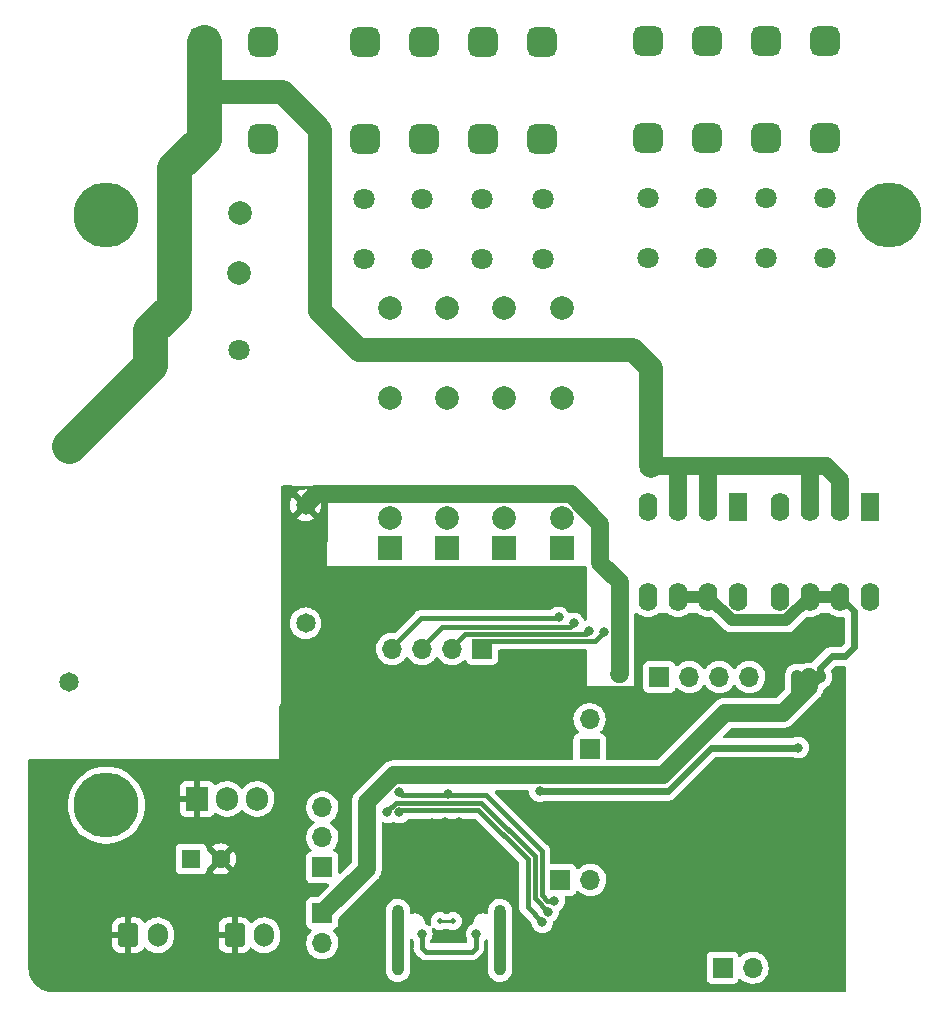
<source format=gbl>
G04 #@! TF.GenerationSoftware,KiCad,Pcbnew,(6.0.5)*
G04 #@! TF.CreationDate,2022-08-23T18:03:53+02:00*
G04 #@! TF.ProjectId,hamodule,68616d6f-6475-46c6-952e-6b696361645f,rev?*
G04 #@! TF.SameCoordinates,Original*
G04 #@! TF.FileFunction,Copper,L2,Bot*
G04 #@! TF.FilePolarity,Positive*
%FSLAX46Y46*%
G04 Gerber Fmt 4.6, Leading zero omitted, Abs format (unit mm)*
G04 Created by KiCad (PCBNEW (6.0.5)) date 2022-08-23 18:03:53*
%MOMM*%
%LPD*%
G01*
G04 APERTURE LIST*
G04 Aperture macros list*
%AMRoundRect*
0 Rectangle with rounded corners*
0 $1 Rounding radius*
0 $2 $3 $4 $5 $6 $7 $8 $9 X,Y pos of 4 corners*
0 Add a 4 corners polygon primitive as box body*
4,1,4,$2,$3,$4,$5,$6,$7,$8,$9,$2,$3,0*
0 Add four circle primitives for the rounded corners*
1,1,$1+$1,$2,$3*
1,1,$1+$1,$4,$5*
1,1,$1+$1,$6,$7*
1,1,$1+$1,$8,$9*
0 Add four rect primitives between the rounded corners*
20,1,$1+$1,$2,$3,$4,$5,0*
20,1,$1+$1,$4,$5,$6,$7,0*
20,1,$1+$1,$6,$7,$8,$9,0*
20,1,$1+$1,$8,$9,$2,$3,0*%
G04 Aperture macros list end*
G04 #@! TA.AperFunction,ComponentPad*
%ADD10R,1.700000X1.700000*%
G04 #@! TD*
G04 #@! TA.AperFunction,ComponentPad*
%ADD11O,1.700000X1.700000*%
G04 #@! TD*
G04 #@! TA.AperFunction,ComponentPad*
%ADD12C,1.800000*%
G04 #@! TD*
G04 #@! TA.AperFunction,ComponentPad*
%ADD13RoundRect,0.250000X-0.600000X-0.750000X0.600000X-0.750000X0.600000X0.750000X-0.600000X0.750000X0*%
G04 #@! TD*
G04 #@! TA.AperFunction,ComponentPad*
%ADD14O,1.700000X2.000000*%
G04 #@! TD*
G04 #@! TA.AperFunction,ComponentPad*
%ADD15R,1.650000X1.650000*%
G04 #@! TD*
G04 #@! TA.AperFunction,ComponentPad*
%ADD16C,1.650000*%
G04 #@! TD*
G04 #@! TA.AperFunction,ComponentPad*
%ADD17R,1.905000X2.000000*%
G04 #@! TD*
G04 #@! TA.AperFunction,ComponentPad*
%ADD18O,1.905000X2.000000*%
G04 #@! TD*
G04 #@! TA.AperFunction,ComponentPad*
%ADD19RoundRect,0.625000X0.625000X0.625000X-0.625000X0.625000X-0.625000X-0.625000X0.625000X-0.625000X0*%
G04 #@! TD*
G04 #@! TA.AperFunction,ComponentPad*
%ADD20C,2.000000*%
G04 #@! TD*
G04 #@! TA.AperFunction,ComponentPad*
%ADD21C,5.500000*%
G04 #@! TD*
G04 #@! TA.AperFunction,ComponentPad*
%ADD22R,1.600000X2.400000*%
G04 #@! TD*
G04 #@! TA.AperFunction,ComponentPad*
%ADD23O,1.600000X2.400000*%
G04 #@! TD*
G04 #@! TA.AperFunction,ComponentPad*
%ADD24O,1.000000X2.100000*%
G04 #@! TD*
G04 #@! TA.AperFunction,ComponentPad*
%ADD25O,1.000000X1.600000*%
G04 #@! TD*
G04 #@! TA.AperFunction,ComponentPad*
%ADD26R,2.000000X2.000000*%
G04 #@! TD*
G04 #@! TA.AperFunction,ComponentPad*
%ADD27R,1.600000X1.600000*%
G04 #@! TD*
G04 #@! TA.AperFunction,ComponentPad*
%ADD28C,1.600000*%
G04 #@! TD*
G04 #@! TA.AperFunction,SMDPad,CuDef*
%ADD29C,2.000000*%
G04 #@! TD*
G04 #@! TA.AperFunction,ViaPad*
%ADD30C,0.800000*%
G04 #@! TD*
G04 #@! TA.AperFunction,ViaPad*
%ADD31C,0.500000*%
G04 #@! TD*
G04 #@! TA.AperFunction,Conductor*
%ADD32C,1.000000*%
G04 #@! TD*
G04 #@! TA.AperFunction,Conductor*
%ADD33C,1.500000*%
G04 #@! TD*
G04 #@! TA.AperFunction,Conductor*
%ADD34C,0.600000*%
G04 #@! TD*
G04 #@! TA.AperFunction,Conductor*
%ADD35C,0.400000*%
G04 #@! TD*
G04 #@! TA.AperFunction,Conductor*
%ADD36C,3.000000*%
G04 #@! TD*
G04 #@! TA.AperFunction,Conductor*
%ADD37C,2.000000*%
G04 #@! TD*
G04 #@! TA.AperFunction,Conductor*
%ADD38C,0.250000*%
G04 #@! TD*
G04 APERTURE END LIST*
G36*
X179371500Y-106711500D02*
G01*
X177371500Y-106711500D01*
X177371500Y-102711500D01*
X179371500Y-102711500D01*
X179371500Y-106711500D01*
G37*
D10*
X150558500Y-144538700D03*
D11*
X150558500Y-147078700D03*
D12*
X136000800Y-95206450D03*
X143500800Y-96839780D03*
D13*
X143129000Y-146414000D03*
D14*
X145629000Y-146414000D03*
D15*
X129136100Y-105000000D03*
D16*
X129136100Y-125000000D03*
X149136100Y-120000000D03*
X149136100Y-110000000D03*
D17*
X139954000Y-134874000D03*
D18*
X142494000Y-134874000D03*
X145034000Y-134874000D03*
D19*
X169146500Y-78953500D03*
X169146500Y-70753501D03*
X164146500Y-78953500D03*
X164146500Y-70753501D03*
X159146500Y-78953500D03*
X159146500Y-70753501D03*
X154146500Y-78953500D03*
X154146500Y-70753501D03*
X145500100Y-78977099D03*
X145500100Y-70777100D03*
X140500100Y-78977099D03*
X140500100Y-70777100D03*
X193106500Y-78913499D03*
X193106500Y-70713500D03*
X188106500Y-78913499D03*
X188106500Y-70713500D03*
X183106500Y-78913499D03*
X183106500Y-70713500D03*
X178106500Y-78913499D03*
X178106500Y-70713500D03*
D20*
X143546500Y-85283500D03*
X143536500Y-90363500D03*
D21*
X198564500Y-85407500D03*
X132270500Y-85407500D03*
D22*
X185751274Y-110118320D03*
D23*
X183211274Y-110118320D03*
X180671274Y-110118320D03*
X178131274Y-110118320D03*
X178131274Y-117738320D03*
X180671274Y-117738320D03*
X183211274Y-117738320D03*
X185751274Y-117738320D03*
D22*
X196927274Y-110118320D03*
D23*
X194387274Y-110118320D03*
X191847274Y-110118320D03*
X189307274Y-110118320D03*
X189307274Y-117738320D03*
X191847274Y-117738320D03*
X194387274Y-117738320D03*
X196927274Y-117738320D03*
D13*
X134132000Y-146414000D03*
D14*
X136632000Y-146414000D03*
D10*
X179080000Y-124536600D03*
D11*
X181620000Y-124536600D03*
X184160000Y-124536600D03*
X186700000Y-124536600D03*
D10*
X184442100Y-149161500D03*
D11*
X186982100Y-149161500D03*
D10*
X150558500Y-140665200D03*
D11*
X150558500Y-138125200D03*
X150558500Y-135585200D03*
D10*
X173177200Y-130657600D03*
D11*
X173177200Y-128117600D03*
D12*
X183070500Y-89090500D03*
X183070500Y-84010500D03*
X193128900Y-89090500D03*
X193128900Y-84010500D03*
D10*
X170700700Y-141719300D03*
D11*
X173240700Y-141719300D03*
D12*
X154100000Y-89180000D03*
X154100000Y-84100000D03*
D24*
X165593000Y-144870900D03*
D25*
X156953000Y-149050900D03*
D24*
X156953000Y-144870900D03*
D25*
X165593000Y-149050900D03*
D12*
X188099700Y-89090500D03*
X188099700Y-84010500D03*
D26*
X156273000Y-113665000D03*
D20*
X156273000Y-111125000D03*
X156273000Y-100965000D03*
X156273000Y-93345000D03*
D26*
X161099000Y-113665000D03*
D20*
X161099000Y-111125000D03*
X161099000Y-100965000D03*
X161099000Y-93345000D03*
D12*
X164100000Y-89140000D03*
X164100000Y-84060000D03*
D26*
X170878000Y-113665000D03*
D20*
X170878000Y-111125000D03*
X170878000Y-100965000D03*
X170878000Y-93345000D03*
D26*
X165925000Y-113665000D03*
D20*
X165925000Y-111125000D03*
X165925000Y-100965000D03*
X165925000Y-93345000D03*
D27*
X139446000Y-139954000D03*
D28*
X141946000Y-139954000D03*
D12*
X178092100Y-89090500D03*
X178092100Y-84010500D03*
X169200000Y-89140000D03*
X169200000Y-84060000D03*
D10*
X164084000Y-122174000D03*
D11*
X161544000Y-122174000D03*
X159004000Y-122174000D03*
X156464000Y-122174000D03*
D21*
X132270500Y-135407500D03*
D12*
X159000000Y-89140000D03*
X159000000Y-84060000D03*
D29*
X178371500Y-102711500D03*
X178371500Y-106711500D03*
D30*
X190754000Y-124587000D03*
X191731900Y-124587000D03*
X192671700Y-124587000D03*
X165385120Y-133014080D03*
X170561000Y-119507000D03*
X171831000Y-120015000D03*
X173101000Y-120650000D03*
X174371000Y-120777000D03*
X190836500Y-130523500D03*
X168960800Y-134213600D03*
D31*
X160503000Y-145224500D03*
X161607500Y-145224500D03*
D30*
X161190841Y-134414889D03*
X170192700Y-143497300D03*
X157085817Y-134289917D03*
X158983000Y-146300784D03*
X163600000Y-146300000D03*
X183172100Y-135851900D03*
X185407300Y-139712700D03*
X187337700Y-139712700D03*
X185559700Y-133311900D03*
X194360800Y-124587000D03*
X182626000Y-120142000D03*
X190500000Y-136766300D03*
X162116300Y-136856500D03*
X160926500Y-139103900D03*
X148082000Y-141224000D03*
X148082000Y-139700000D03*
X188400000Y-132270500D03*
X157356500Y-142843500D03*
X186500000Y-132270500D03*
X181203600Y-120091200D03*
X193446400Y-120040400D03*
X182181500Y-136740900D03*
X193929000Y-121539000D03*
X159786500Y-139103900D03*
X194384000Y-126111000D03*
X192582800Y-120040400D03*
X188087000Y-125857000D03*
X155106500Y-150003500D03*
X162106500Y-139173900D03*
X193856500Y-144343500D03*
X184518300Y-140652500D03*
X171500000Y-136300000D03*
X133096000Y-142748000D03*
X172212000Y-146812000D03*
X153850000Y-127307000D03*
X182727600Y-121615200D03*
X133096000Y-139700000D03*
X193865500Y-130644900D03*
X175641000Y-124333000D03*
X157784800Y-117221000D03*
X166738300Y-143116300D03*
X159796500Y-137999500D03*
X160922500Y-137974100D03*
X160922500Y-136856500D03*
X173228000Y-146812000D03*
X189600000Y-135826500D03*
X189600000Y-137700000D03*
X187490100Y-133311900D03*
X188277500Y-140652500D03*
X157612099Y-140708899D03*
X192278000Y-121539000D03*
X133096000Y-141224000D03*
X148082000Y-142748000D03*
X181203600Y-121615200D03*
X171196000Y-146812000D03*
X184600000Y-132270500D03*
X153850000Y-129212000D03*
X168100000Y-136100000D03*
X156324300Y-142862300D03*
X170180000Y-127127000D03*
X182181500Y-138620500D03*
X153826500Y-148833500D03*
X159804900Y-136881900D03*
X182181500Y-134861300D03*
X165773100Y-142811500D03*
X164021100Y-141900900D03*
X183172100Y-137731500D03*
X190500000Y-134900000D03*
X190500000Y-138700000D03*
X173990000Y-114046000D03*
X186397900Y-140652500D03*
X170266500Y-129590800D03*
X162090900Y-137948700D03*
X157083980Y-136013900D03*
X169176700Y-145300700D03*
X169659300Y-144411700D03*
X156066500Y-136005500D03*
D32*
X180671274Y-117738320D02*
X183230633Y-117738320D01*
X192669538Y-124434582D02*
X192671700Y-124432420D01*
D33*
X150558500Y-144538700D02*
X154308395Y-140788805D01*
D32*
X190728582Y-124434582D02*
X190728582Y-126085582D01*
D33*
X191731900Y-125372220D02*
X191731900Y-124587000D01*
X189516609Y-127587511D02*
X191731900Y-125372220D01*
D32*
X183230633Y-117738320D02*
X185253313Y-119761000D01*
X190728582Y-126085582D02*
X190873560Y-126230560D01*
D34*
X193675000Y-122809000D02*
X194818000Y-122809000D01*
X194818000Y-122809000D02*
X195580000Y-122047000D01*
D33*
X156603147Y-132864089D02*
X179371379Y-132864089D01*
D32*
X194387274Y-117738320D02*
X191847274Y-117738320D01*
D34*
X192671700Y-124587000D02*
X192671700Y-123812300D01*
X195580000Y-122047000D02*
X195580000Y-118931046D01*
D32*
X189824594Y-119761000D02*
X191847274Y-117738320D01*
D33*
X179371379Y-132864089D02*
X184647957Y-127587511D01*
D32*
X192671700Y-124587000D02*
X192517120Y-124587000D01*
D33*
X184647957Y-127587511D02*
X189516609Y-127587511D01*
X154308395Y-135158841D02*
X156603147Y-132864089D01*
X154308395Y-140788805D02*
X154308395Y-135158841D01*
D34*
X192671700Y-123812300D02*
X193675000Y-122809000D01*
D32*
X185253313Y-119761000D02*
X189824594Y-119761000D01*
X192517120Y-124587000D02*
X191731900Y-125372220D01*
D34*
X195580000Y-118931046D02*
X194387274Y-117738320D01*
D35*
X156464000Y-122022000D02*
X158912551Y-119573449D01*
X158912551Y-119573449D02*
X170494551Y-119573449D01*
X170494551Y-119573449D02*
X170561000Y-119507000D01*
X160719489Y-120306511D02*
X159004000Y-122022000D01*
X171831000Y-120015000D02*
X171539489Y-120306511D01*
X171539489Y-120306511D02*
X160719489Y-120306511D01*
X173101000Y-120650000D02*
X172844969Y-120906031D01*
X162659969Y-120906031D02*
X161544000Y-122022000D01*
X172844969Y-120906031D02*
X162659969Y-120906031D01*
X166082551Y-121505551D02*
X164752449Y-121505551D01*
X173642449Y-121505551D02*
X166082551Y-121505551D01*
X174371000Y-120777000D02*
X173642449Y-121505551D01*
X164752449Y-121505551D02*
X164084000Y-122174000D01*
D36*
X140500100Y-70777100D02*
X140500100Y-75018900D01*
X136000800Y-95206450D02*
X136000800Y-98135300D01*
X138020011Y-81457188D02*
X140500100Y-78977099D01*
D37*
X147210639Y-75018900D02*
X150396980Y-78205241D01*
X140500100Y-75018900D02*
X147210639Y-75018900D01*
X153695454Y-96844511D02*
X176854511Y-96844511D01*
D36*
X140500100Y-75018900D02*
X140500100Y-78977099D01*
X136000800Y-95206450D02*
X138020011Y-93187239D01*
D37*
X178371500Y-98361500D02*
X178371500Y-102711500D01*
X176854511Y-96844511D02*
X178371500Y-98361500D01*
D36*
X138020011Y-93187239D02*
X138020011Y-81457188D01*
X136000800Y-98135300D02*
X129136100Y-105000000D01*
D37*
X150396980Y-78205241D02*
X150396980Y-93546037D01*
X150396980Y-93546037D02*
X153695454Y-96844511D01*
D34*
X183479056Y-130523500D02*
X179788956Y-134213600D01*
X179788956Y-134213600D02*
X168960800Y-134213600D01*
X190836500Y-130523500D02*
X183479056Y-130523500D01*
D38*
X160503000Y-145224500D02*
X161607500Y-145224500D01*
D35*
X164567900Y-134694900D02*
X164391400Y-134518400D01*
X161188400Y-134417330D02*
X161190841Y-134414889D01*
X164391400Y-134518400D02*
X161188400Y-134518400D01*
X169583100Y-143497300D02*
X170192700Y-143497300D01*
X169125900Y-143040100D02*
X169583100Y-143497300D01*
X169125900Y-139252900D02*
X169125900Y-143040100D01*
X164567900Y-134694900D02*
X169125900Y-139252900D01*
X161188400Y-134518400D02*
X158292800Y-134518400D01*
X157314300Y-134518400D02*
X157085817Y-134289917D01*
X158292800Y-134518400D02*
X157314300Y-134518400D01*
X161188400Y-134518400D02*
X161188400Y-134417330D01*
X159300000Y-147800000D02*
X163200000Y-147800000D01*
X163200000Y-147800000D02*
X163543000Y-147457000D01*
X158983000Y-147483000D02*
X159300000Y-147800000D01*
X163543000Y-147457000D02*
X163543000Y-146300900D01*
X158983000Y-146300784D02*
X158983000Y-147483000D01*
D33*
X174094919Y-111584893D02*
X171603026Y-109093000D01*
X175720511Y-116538511D02*
X174094919Y-114912919D01*
X171603026Y-109093000D02*
X150043100Y-109093000D01*
X175720511Y-124253489D02*
X175720511Y-116538511D01*
X174094919Y-114912919D02*
X174094919Y-111584893D01*
X150043100Y-109093000D02*
X149136100Y-110000000D01*
X175641000Y-124333000D02*
X175720511Y-124253489D01*
D35*
X163774375Y-135818625D02*
X167926860Y-139971110D01*
X157083980Y-136013900D02*
X157279255Y-135818625D01*
X167926860Y-139971110D02*
X167926860Y-144050860D01*
X167926860Y-144050860D02*
X169176700Y-145300700D01*
X157279255Y-135818625D02*
X163774375Y-135818625D01*
D33*
X194387274Y-107887274D02*
X194387274Y-110118320D01*
X183211274Y-110118320D02*
X183211274Y-106811726D01*
X180671274Y-107028726D02*
X180988500Y-106711500D01*
X180988500Y-106711500D02*
X183311500Y-106711500D01*
X193211500Y-106711500D02*
X194387274Y-107887274D01*
X191988500Y-106711500D02*
X193211500Y-106711500D01*
X183311500Y-106711500D02*
X191988500Y-106711500D01*
X178371500Y-106711500D02*
X180988500Y-106711500D01*
X191847274Y-106852726D02*
X191988500Y-106711500D01*
X180671274Y-110118320D02*
X180671274Y-107028726D01*
X183211274Y-106811726D02*
X183311500Y-106711500D01*
X191847274Y-110118320D02*
X191847274Y-106852726D01*
D35*
X169598850Y-144360900D02*
X169710100Y-144360900D01*
X156066500Y-136005500D02*
X156066500Y-135900700D01*
X156752811Y-135214389D02*
X164017989Y-135214389D01*
X164017989Y-135214389D02*
X168526380Y-139722780D01*
X168526380Y-143288430D02*
X169649650Y-144411700D01*
X169649650Y-144411700D02*
X169659300Y-144411700D01*
X168526380Y-139722780D02*
X168526380Y-143288430D01*
X156066500Y-135900700D02*
X156752811Y-135214389D01*
D32*
X156953000Y-144870900D02*
X156953000Y-149050900D01*
X165593000Y-149050900D02*
X165593000Y-144870900D01*
G04 #@! TA.AperFunction,Conductor*
G36*
X148863357Y-108332456D02*
G01*
X150875116Y-108333557D01*
X150943226Y-108353596D01*
X150989689Y-108407277D01*
X151001047Y-108459750D01*
X150996899Y-111161148D01*
X150990784Y-115143421D01*
X152698593Y-115146964D01*
X155100629Y-115151947D01*
X155144597Y-115159965D01*
X155155282Y-115163971D01*
X155155288Y-115163973D01*
X155162684Y-115166745D01*
X155224866Y-115173500D01*
X157321134Y-115173500D01*
X157326418Y-115172926D01*
X157375466Y-115167598D01*
X157375468Y-115167598D01*
X157383316Y-115166745D01*
X157390710Y-115163973D01*
X157398398Y-115162145D01*
X157398597Y-115162982D01*
X157432985Y-115156786D01*
X158547331Y-115159097D01*
X159958592Y-115162025D01*
X159984166Y-115165051D01*
X159988684Y-115166745D01*
X160050866Y-115173500D01*
X162147134Y-115173500D01*
X162202864Y-115167446D01*
X162216725Y-115166709D01*
X164858238Y-115172189D01*
X164871579Y-115172926D01*
X164876866Y-115173500D01*
X165490130Y-115173500D01*
X172836198Y-115188739D01*
X172904275Y-115208883D01*
X172950657Y-115262635D01*
X172961935Y-115314587D01*
X172967033Y-119554006D01*
X172967145Y-119647470D01*
X172947225Y-119715615D01*
X172893625Y-119762173D01*
X172867342Y-119770869D01*
X172828265Y-119779175D01*
X172757474Y-119773773D01*
X172700841Y-119730956D01*
X172682235Y-119694865D01*
X172667568Y-119649725D01*
X172667567Y-119649724D01*
X172665527Y-119643444D01*
X172570040Y-119478056D01*
X172533784Y-119437789D01*
X172446675Y-119341045D01*
X172446674Y-119341044D01*
X172442253Y-119336134D01*
X172287752Y-119223882D01*
X172281724Y-119221198D01*
X172281722Y-119221197D01*
X172119319Y-119148891D01*
X172119318Y-119148891D01*
X172113288Y-119146206D01*
X172006630Y-119123535D01*
X171932944Y-119107872D01*
X171932939Y-119107872D01*
X171926487Y-119106500D01*
X171735513Y-119106500D01*
X171729061Y-119107872D01*
X171729056Y-119107872D01*
X171612737Y-119132597D01*
X171548712Y-119146206D01*
X171542679Y-119148892D01*
X171542676Y-119148893D01*
X171535438Y-119152116D01*
X171465071Y-119161551D01*
X171400774Y-119131445D01*
X171375069Y-119100010D01*
X171342595Y-119043763D01*
X171300040Y-118970056D01*
X171294368Y-118963756D01*
X171176675Y-118833045D01*
X171176674Y-118833044D01*
X171172253Y-118828134D01*
X171017752Y-118715882D01*
X171011724Y-118713198D01*
X171011722Y-118713197D01*
X170849319Y-118640891D01*
X170849318Y-118640891D01*
X170843288Y-118638206D01*
X170749888Y-118618353D01*
X170662944Y-118599872D01*
X170662939Y-118599872D01*
X170656487Y-118598500D01*
X170465513Y-118598500D01*
X170459061Y-118599872D01*
X170459056Y-118599872D01*
X170372112Y-118618353D01*
X170278712Y-118638206D01*
X170272682Y-118640891D01*
X170272681Y-118640891D01*
X170110278Y-118713197D01*
X170110276Y-118713198D01*
X170104248Y-118715882D01*
X170098907Y-118719762D01*
X170098906Y-118719763D01*
X169995257Y-118795069D01*
X169949747Y-118828134D01*
X169945665Y-118832668D01*
X169881824Y-118863303D01*
X169861524Y-118864949D01*
X158941463Y-118864949D01*
X158932893Y-118864657D01*
X158882775Y-118861240D01*
X158882771Y-118861240D01*
X158875199Y-118860724D01*
X158867722Y-118862029D01*
X158867721Y-118862029D01*
X158841243Y-118866650D01*
X158812248Y-118871711D01*
X158805730Y-118872672D01*
X158742309Y-118880347D01*
X158735208Y-118883030D01*
X158732599Y-118883671D01*
X158716289Y-118888134D01*
X158713753Y-118888899D01*
X158706267Y-118890206D01*
X158699310Y-118893260D01*
X158647756Y-118915891D01*
X158641652Y-118918382D01*
X158581895Y-118940962D01*
X158575632Y-118945266D01*
X158573266Y-118946503D01*
X158558454Y-118954748D01*
X158556200Y-118956081D01*
X158549246Y-118959134D01*
X158498549Y-118998036D01*
X158493219Y-119001908D01*
X158446831Y-119033788D01*
X158446826Y-119033793D01*
X158440570Y-119038092D01*
X158435519Y-119043762D01*
X158435517Y-119043763D01*
X158399116Y-119084619D01*
X158394135Y-119089895D01*
X156702209Y-120781821D01*
X156639897Y-120815847D01*
X156601260Y-120818167D01*
X156597364Y-120817799D01*
X156592284Y-120816894D01*
X156526174Y-120816086D01*
X156374081Y-120814228D01*
X156374079Y-120814228D01*
X156368911Y-120814165D01*
X156148091Y-120847955D01*
X155935756Y-120917357D01*
X155737607Y-121020507D01*
X155733474Y-121023610D01*
X155733471Y-121023612D01*
X155726853Y-121028581D01*
X155558965Y-121154635D01*
X155404629Y-121316138D01*
X155401715Y-121320410D01*
X155401714Y-121320411D01*
X155316556Y-121445249D01*
X155278743Y-121500680D01*
X155231716Y-121601992D01*
X155192953Y-121685500D01*
X155184688Y-121703305D01*
X155124989Y-121918570D01*
X155101251Y-122140695D01*
X155101548Y-122145848D01*
X155101548Y-122145851D01*
X155110246Y-122296696D01*
X155114110Y-122363715D01*
X155115247Y-122368761D01*
X155115248Y-122368767D01*
X155130613Y-122436945D01*
X155163222Y-122581639D01*
X155247266Y-122788616D01*
X155284685Y-122849678D01*
X155361291Y-122974688D01*
X155363987Y-122979088D01*
X155510250Y-123147938D01*
X155682126Y-123290632D01*
X155875000Y-123403338D01*
X155879825Y-123405180D01*
X155879826Y-123405181D01*
X155910573Y-123416922D01*
X156083692Y-123483030D01*
X156088760Y-123484061D01*
X156088763Y-123484062D01*
X156156519Y-123497847D01*
X156302597Y-123527567D01*
X156307772Y-123527757D01*
X156307774Y-123527757D01*
X156520673Y-123535564D01*
X156520677Y-123535564D01*
X156525837Y-123535753D01*
X156530957Y-123535097D01*
X156530959Y-123535097D01*
X156742288Y-123508025D01*
X156742289Y-123508025D01*
X156747416Y-123507368D01*
X156752366Y-123505883D01*
X156956429Y-123444661D01*
X156956434Y-123444659D01*
X156961384Y-123443174D01*
X157161994Y-123344896D01*
X157343860Y-123215173D01*
X157371501Y-123187629D01*
X157444478Y-123114906D01*
X157502096Y-123057489D01*
X157561594Y-122974689D01*
X157632453Y-122876077D01*
X157633776Y-122877028D01*
X157680645Y-122833857D01*
X157750580Y-122821625D01*
X157816026Y-122849144D01*
X157843875Y-122880994D01*
X157903987Y-122979088D01*
X158050250Y-123147938D01*
X158222126Y-123290632D01*
X158415000Y-123403338D01*
X158419825Y-123405180D01*
X158419826Y-123405181D01*
X158450573Y-123416922D01*
X158623692Y-123483030D01*
X158628760Y-123484061D01*
X158628763Y-123484062D01*
X158696519Y-123497847D01*
X158842597Y-123527567D01*
X158847772Y-123527757D01*
X158847774Y-123527757D01*
X159060673Y-123535564D01*
X159060677Y-123535564D01*
X159065837Y-123535753D01*
X159070957Y-123535097D01*
X159070959Y-123535097D01*
X159282288Y-123508025D01*
X159282289Y-123508025D01*
X159287416Y-123507368D01*
X159292366Y-123505883D01*
X159496429Y-123444661D01*
X159496434Y-123444659D01*
X159501384Y-123443174D01*
X159701994Y-123344896D01*
X159883860Y-123215173D01*
X159911501Y-123187629D01*
X159984478Y-123114906D01*
X160042096Y-123057489D01*
X160101594Y-122974689D01*
X160172453Y-122876077D01*
X160173776Y-122877028D01*
X160220645Y-122833857D01*
X160290580Y-122821625D01*
X160356026Y-122849144D01*
X160383875Y-122880994D01*
X160443987Y-122979088D01*
X160590250Y-123147938D01*
X160762126Y-123290632D01*
X160955000Y-123403338D01*
X160959825Y-123405180D01*
X160959826Y-123405181D01*
X160990573Y-123416922D01*
X161163692Y-123483030D01*
X161168760Y-123484061D01*
X161168763Y-123484062D01*
X161236519Y-123497847D01*
X161382597Y-123527567D01*
X161387772Y-123527757D01*
X161387774Y-123527757D01*
X161600673Y-123535564D01*
X161600677Y-123535564D01*
X161605837Y-123535753D01*
X161610957Y-123535097D01*
X161610959Y-123535097D01*
X161822288Y-123508025D01*
X161822289Y-123508025D01*
X161827416Y-123507368D01*
X161832366Y-123505883D01*
X162036429Y-123444661D01*
X162036434Y-123444659D01*
X162041384Y-123443174D01*
X162241994Y-123344896D01*
X162423860Y-123215173D01*
X162532091Y-123107319D01*
X162594462Y-123073404D01*
X162665268Y-123078592D01*
X162722030Y-123121238D01*
X162739012Y-123152341D01*
X162764525Y-123220395D01*
X162783385Y-123270705D01*
X162870739Y-123387261D01*
X162987295Y-123474615D01*
X163123684Y-123525745D01*
X163185866Y-123532500D01*
X164982134Y-123532500D01*
X165044316Y-123525745D01*
X165180705Y-123474615D01*
X165297261Y-123387261D01*
X165384615Y-123270705D01*
X165435745Y-123134316D01*
X165442500Y-123072134D01*
X165442500Y-122340051D01*
X165462502Y-122271930D01*
X165516158Y-122225437D01*
X165568500Y-122214051D01*
X172844382Y-122214051D01*
X172912503Y-122234053D01*
X172958996Y-122287709D01*
X172970382Y-122339900D01*
X172973943Y-125301316D01*
X172974000Y-125349000D01*
X176911000Y-125349000D01*
X176911000Y-119251107D01*
X176931002Y-119182986D01*
X176984658Y-119136493D01*
X177036904Y-119125107D01*
X177175696Y-119125001D01*
X177219232Y-119124968D01*
X177291596Y-119147754D01*
X177474525Y-119275843D01*
X177479507Y-119278166D01*
X177479512Y-119278169D01*
X177592173Y-119330703D01*
X177682031Y-119372604D01*
X177687339Y-119374026D01*
X177687341Y-119374027D01*
X177897872Y-119430439D01*
X177897874Y-119430439D01*
X177903187Y-119431863D01*
X178131274Y-119451818D01*
X178359361Y-119431863D01*
X178364674Y-119430439D01*
X178364676Y-119430439D01*
X178575207Y-119374027D01*
X178575209Y-119374026D01*
X178580517Y-119372604D01*
X178670375Y-119330703D01*
X178783036Y-119278169D01*
X178783041Y-119278166D01*
X178788023Y-119275843D01*
X178972929Y-119146370D01*
X179045104Y-119123583D01*
X179107773Y-119123535D01*
X179756482Y-119123043D01*
X179828847Y-119145830D01*
X180014525Y-119275843D01*
X180019507Y-119278166D01*
X180019512Y-119278169D01*
X180132173Y-119330703D01*
X180222031Y-119372604D01*
X180227339Y-119374026D01*
X180227341Y-119374027D01*
X180437872Y-119430439D01*
X180437874Y-119430439D01*
X180443187Y-119431863D01*
X180671274Y-119451818D01*
X180899361Y-119431863D01*
X180904674Y-119430439D01*
X180904676Y-119430439D01*
X181115207Y-119374027D01*
X181115209Y-119374026D01*
X181120517Y-119372604D01*
X181210375Y-119330703D01*
X181323036Y-119278169D01*
X181323041Y-119278166D01*
X181328023Y-119275843D01*
X181515574Y-119144518D01*
X181517077Y-119146665D01*
X181572144Y-119122648D01*
X181587842Y-119121654D01*
X182293878Y-119121119D01*
X182362013Y-119141069D01*
X182366882Y-119144650D01*
X182366974Y-119144518D01*
X182554525Y-119275843D01*
X182559507Y-119278166D01*
X182559512Y-119278169D01*
X182672173Y-119330703D01*
X182762031Y-119372604D01*
X182767339Y-119374026D01*
X182767341Y-119374027D01*
X182977872Y-119430439D01*
X182977874Y-119430439D01*
X182983187Y-119431863D01*
X183211274Y-119451818D01*
X183216749Y-119451339D01*
X183434698Y-119432271D01*
X183504303Y-119446260D01*
X183534775Y-119468697D01*
X184496462Y-120430384D01*
X184505564Y-120440527D01*
X184529281Y-120470025D01*
X184567759Y-120502312D01*
X184571375Y-120505467D01*
X184573201Y-120507123D01*
X184575387Y-120509309D01*
X184577767Y-120511264D01*
X184577777Y-120511273D01*
X184608581Y-120536576D01*
X184609596Y-120537418D01*
X184680787Y-120597154D01*
X184685461Y-120599723D01*
X184689574Y-120603102D01*
X184695011Y-120606017D01*
X184695012Y-120606018D01*
X184771360Y-120646955D01*
X184772490Y-120647568D01*
X184784680Y-120654269D01*
X184812449Y-120669535D01*
X184854100Y-120692433D01*
X184859182Y-120694045D01*
X184863876Y-120696562D01*
X184952844Y-120723762D01*
X184953872Y-120724082D01*
X185042619Y-120752235D01*
X185047915Y-120752829D01*
X185053011Y-120754387D01*
X185145535Y-120763785D01*
X185146655Y-120763905D01*
X185179977Y-120767642D01*
X185193043Y-120769108D01*
X185193047Y-120769108D01*
X185196540Y-120769500D01*
X185200067Y-120769500D01*
X185201070Y-120769556D01*
X185206754Y-120770003D01*
X185232170Y-120772585D01*
X185243649Y-120773751D01*
X185243651Y-120773751D01*
X185249775Y-120774373D01*
X185295414Y-120770059D01*
X185307270Y-120769500D01*
X189762751Y-120769500D01*
X189776358Y-120770237D01*
X189807856Y-120773659D01*
X189807861Y-120773659D01*
X189813982Y-120774324D01*
X189840232Y-120772027D01*
X189863982Y-120769950D01*
X189868808Y-120769621D01*
X189871280Y-120769500D01*
X189874363Y-120769500D01*
X189886332Y-120768326D01*
X189917100Y-120765310D01*
X189918413Y-120765188D01*
X189962678Y-120761315D01*
X190011007Y-120757087D01*
X190016126Y-120755600D01*
X190021427Y-120755080D01*
X190110428Y-120728209D01*
X190111561Y-120727874D01*
X190195008Y-120703630D01*
X190195012Y-120703628D01*
X190200930Y-120701909D01*
X190205662Y-120699456D01*
X190210763Y-120697916D01*
X190217767Y-120694192D01*
X190292854Y-120654269D01*
X190294020Y-120653657D01*
X190371047Y-120613729D01*
X190376520Y-120610892D01*
X190380683Y-120607569D01*
X190385390Y-120605066D01*
X190391732Y-120599894D01*
X190407453Y-120587072D01*
X190457512Y-120546245D01*
X190458368Y-120545554D01*
X190497567Y-120514262D01*
X190500071Y-120511758D01*
X190500789Y-120511116D01*
X190505122Y-120507415D01*
X190538656Y-120480065D01*
X190567882Y-120444737D01*
X190575871Y-120435958D01*
X191541575Y-119470254D01*
X191603887Y-119436228D01*
X191641649Y-119433828D01*
X191847274Y-119451818D01*
X192075361Y-119431863D01*
X192080674Y-119430439D01*
X192080676Y-119430439D01*
X192291207Y-119374027D01*
X192291209Y-119374026D01*
X192296517Y-119372604D01*
X192386375Y-119330703D01*
X192499036Y-119278169D01*
X192499041Y-119278166D01*
X192504023Y-119275843D01*
X192691574Y-119144518D01*
X192693745Y-119142347D01*
X192758092Y-119114182D01*
X192773944Y-119113168D01*
X193459783Y-119112647D01*
X193527918Y-119132597D01*
X193539783Y-119141327D01*
X193542974Y-119144518D01*
X193547476Y-119147670D01*
X193547478Y-119147672D01*
X193596462Y-119181971D01*
X193730525Y-119275843D01*
X193735507Y-119278166D01*
X193735512Y-119278169D01*
X193848173Y-119330703D01*
X193938031Y-119372604D01*
X193943339Y-119374026D01*
X193943341Y-119374027D01*
X194153872Y-119430439D01*
X194153874Y-119430439D01*
X194159187Y-119431863D01*
X194387274Y-119451818D01*
X194615361Y-119431863D01*
X194620673Y-119430440D01*
X194623620Y-119429920D01*
X194694179Y-119437789D01*
X194749283Y-119482556D01*
X194771500Y-119554006D01*
X194771500Y-121659918D01*
X194751498Y-121728039D01*
X194734595Y-121749013D01*
X194520013Y-121963595D01*
X194457701Y-121997621D01*
X194430918Y-122000500D01*
X193684164Y-122000500D01*
X193682845Y-122000493D01*
X193592779Y-121999550D01*
X193585893Y-122001039D01*
X193585891Y-122001039D01*
X193567313Y-122005056D01*
X193550414Y-122008710D01*
X193537835Y-122010770D01*
X193501741Y-122014818D01*
X193501738Y-122014819D01*
X193494745Y-122015603D01*
X193463068Y-122026634D01*
X193448258Y-122030796D01*
X193422378Y-122036391D01*
X193422374Y-122036392D01*
X193415489Y-122037881D01*
X193409105Y-122040858D01*
X193409099Y-122040860D01*
X193376193Y-122056204D01*
X193364384Y-122060999D01*
X193323448Y-122075255D01*
X193317476Y-122078987D01*
X193317469Y-122078990D01*
X193295005Y-122093027D01*
X193281488Y-122100366D01*
X193257481Y-122111561D01*
X193257477Y-122111563D01*
X193251098Y-122114538D01*
X193234504Y-122127410D01*
X193216844Y-122141108D01*
X193206395Y-122148397D01*
X193169624Y-122171374D01*
X193164625Y-122176339D01*
X193164623Y-122176340D01*
X193140815Y-122199983D01*
X193140192Y-122200566D01*
X193139530Y-122201079D01*
X193113680Y-122226929D01*
X193070484Y-122269825D01*
X193040918Y-122299185D01*
X193040258Y-122300225D01*
X193039157Y-122301452D01*
X192106495Y-123234113D01*
X192105558Y-123235040D01*
X192041193Y-123298071D01*
X192040670Y-123297537D01*
X191986586Y-123334618D01*
X191927809Y-123336971D01*
X191927495Y-123339098D01*
X191921951Y-123338279D01*
X191916489Y-123336968D01*
X191832425Y-123332121D01*
X191697817Y-123324360D01*
X191697814Y-123324360D01*
X191692210Y-123324037D01*
X191469185Y-123351025D01*
X191254465Y-123417082D01*
X191153433Y-123469229D01*
X191149453Y-123471283D01*
X191079746Y-123484752D01*
X191054406Y-123479682D01*
X190932350Y-123441900D01*
X190926225Y-123441256D01*
X190926224Y-123441256D01*
X190741786Y-123421871D01*
X190741784Y-123421871D01*
X190735657Y-123421227D01*
X190653158Y-123428735D01*
X190544833Y-123438593D01*
X190544830Y-123438594D01*
X190538694Y-123439152D01*
X190532788Y-123440890D01*
X190532784Y-123440891D01*
X190429521Y-123471283D01*
X190348963Y-123494992D01*
X190343505Y-123497845D01*
X190343501Y-123497847D01*
X190271356Y-123535564D01*
X190173692Y-123586622D01*
X190019557Y-123710550D01*
X189892428Y-123862056D01*
X189889461Y-123867454D01*
X189889457Y-123867459D01*
X189810677Y-124010762D01*
X189797149Y-124035369D01*
X189795288Y-124041236D01*
X189795287Y-124041238D01*
X189775911Y-124102320D01*
X189737347Y-124223888D01*
X189720082Y-124377809D01*
X189720082Y-125552060D01*
X189700080Y-125620181D01*
X189683177Y-125641155D01*
X189032226Y-126292106D01*
X188969914Y-126326132D01*
X188943131Y-126329011D01*
X184739352Y-126329011D01*
X184722905Y-126327933D01*
X184706440Y-126325765D01*
X184706436Y-126325765D01*
X184700870Y-126325032D01*
X184619469Y-126328871D01*
X184613533Y-126329011D01*
X184590958Y-126329011D01*
X184571938Y-126330708D01*
X184564968Y-126331330D01*
X184559706Y-126331689D01*
X184543525Y-126332452D01*
X184476469Y-126335615D01*
X184471010Y-126336865D01*
X184471005Y-126336866D01*
X184458987Y-126339619D01*
X184442058Y-126342300D01*
X184424195Y-126343894D01*
X184418779Y-126345376D01*
X184418777Y-126345376D01*
X184343824Y-126365881D01*
X184338706Y-126367167D01*
X184262957Y-126384516D01*
X184262955Y-126384517D01*
X184257487Y-126385769D01*
X184246987Y-126390248D01*
X184240990Y-126392805D01*
X184224815Y-126398438D01*
X184212918Y-126401693D01*
X184212914Y-126401694D01*
X184207506Y-126403174D01*
X184202440Y-126405590D01*
X184202441Y-126405590D01*
X184132290Y-126439050D01*
X184127481Y-126441221D01*
X184050848Y-126473908D01*
X184035847Y-126483762D01*
X184020932Y-126492165D01*
X184004739Y-126499889D01*
X184000191Y-126503157D01*
X184000186Y-126503160D01*
X183937071Y-126548513D01*
X183932734Y-126551493D01*
X183863082Y-126597246D01*
X183842301Y-126615762D01*
X183832005Y-126624011D01*
X183822303Y-126630982D01*
X183800116Y-126653877D01*
X183747925Y-126707734D01*
X183746536Y-126709144D01*
X178886996Y-131568684D01*
X178824684Y-131602710D01*
X178797901Y-131605589D01*
X174661700Y-131605589D01*
X174593579Y-131585587D01*
X174547086Y-131531931D01*
X174535700Y-131479589D01*
X174535700Y-129759466D01*
X174528945Y-129697284D01*
X174477815Y-129560895D01*
X174390461Y-129444339D01*
X174273905Y-129356985D01*
X174261332Y-129352272D01*
X174155403Y-129312560D01*
X174098639Y-129269918D01*
X174073939Y-129203356D01*
X174089147Y-129134008D01*
X174110693Y-129105327D01*
X174211635Y-129004737D01*
X174215296Y-129001089D01*
X174274794Y-128918289D01*
X174342635Y-128823877D01*
X174345653Y-128819677D01*
X174360690Y-128789253D01*
X174442336Y-128624053D01*
X174442337Y-128624051D01*
X174444630Y-128619411D01*
X174491064Y-128466578D01*
X174508065Y-128410623D01*
X174508065Y-128410621D01*
X174509570Y-128405669D01*
X174538729Y-128184190D01*
X174540356Y-128117600D01*
X174522052Y-127894961D01*
X174467631Y-127678302D01*
X174378554Y-127473440D01*
X174339106Y-127412462D01*
X174260022Y-127290217D01*
X174260020Y-127290214D01*
X174257214Y-127285877D01*
X174106870Y-127120651D01*
X174102819Y-127117452D01*
X174102815Y-127117448D01*
X173935614Y-126985400D01*
X173935610Y-126985398D01*
X173931559Y-126982198D01*
X173735989Y-126874238D01*
X173731120Y-126872514D01*
X173731116Y-126872512D01*
X173530287Y-126801395D01*
X173530283Y-126801394D01*
X173525412Y-126799669D01*
X173520319Y-126798762D01*
X173520316Y-126798761D01*
X173310573Y-126761400D01*
X173310567Y-126761399D01*
X173305484Y-126760494D01*
X173231652Y-126759592D01*
X173087281Y-126757828D01*
X173087279Y-126757828D01*
X173082111Y-126757765D01*
X172861291Y-126791555D01*
X172648956Y-126860957D01*
X172450807Y-126964107D01*
X172446674Y-126967210D01*
X172446671Y-126967212D01*
X172276300Y-127095130D01*
X172272165Y-127098235D01*
X172117829Y-127259738D01*
X171991943Y-127444280D01*
X171897888Y-127646905D01*
X171838189Y-127862170D01*
X171814451Y-128084295D01*
X171814748Y-128089448D01*
X171814748Y-128089451D01*
X171820211Y-128184190D01*
X171827310Y-128307315D01*
X171828447Y-128312361D01*
X171828448Y-128312367D01*
X171848319Y-128400539D01*
X171876422Y-128525239D01*
X171935959Y-128671861D01*
X171948731Y-128703315D01*
X171960466Y-128732216D01*
X172007177Y-128808442D01*
X172032189Y-128849257D01*
X172077187Y-128922688D01*
X172223450Y-129091538D01*
X172227430Y-129094842D01*
X172232181Y-129098787D01*
X172271816Y-129157690D01*
X172273313Y-129228671D01*
X172236197Y-129289193D01*
X172195924Y-129313712D01*
X172080495Y-129356985D01*
X171963939Y-129444339D01*
X171876585Y-129560895D01*
X171825455Y-129697284D01*
X171818700Y-129759466D01*
X171818700Y-131479589D01*
X171798698Y-131547710D01*
X171745042Y-131594203D01*
X171692700Y-131605589D01*
X156694542Y-131605589D01*
X156678095Y-131604511D01*
X156661630Y-131602343D01*
X156661626Y-131602343D01*
X156656060Y-131601610D01*
X156574658Y-131605449D01*
X156568722Y-131605589D01*
X156546148Y-131605589D01*
X156522033Y-131607741D01*
X156520160Y-131607908D01*
X156514897Y-131608267D01*
X156499080Y-131609013D01*
X156431658Y-131612193D01*
X156426195Y-131613444D01*
X156426189Y-131613445D01*
X156414179Y-131616196D01*
X156397247Y-131618878D01*
X156379385Y-131620472D01*
X156373974Y-131621952D01*
X156373970Y-131621953D01*
X156327304Y-131634720D01*
X156298995Y-131642465D01*
X156293897Y-131643745D01*
X156212677Y-131662347D01*
X156207516Y-131664548D01*
X156207517Y-131664548D01*
X156196180Y-131669383D01*
X156180005Y-131675016D01*
X156168108Y-131678271D01*
X156168104Y-131678272D01*
X156162696Y-131679752D01*
X156157630Y-131682168D01*
X156157631Y-131682168D01*
X156087480Y-131715628D01*
X156082671Y-131717799D01*
X156006038Y-131750486D01*
X155991037Y-131760340D01*
X155976122Y-131768743D01*
X155959929Y-131776467D01*
X155955381Y-131779735D01*
X155955376Y-131779738D01*
X155892261Y-131825091D01*
X155887924Y-131828071D01*
X155818272Y-131873824D01*
X155797491Y-131892340D01*
X155787195Y-131900589D01*
X155777493Y-131907560D01*
X155773588Y-131911590D01*
X155703115Y-131984312D01*
X155701726Y-131985722D01*
X153483132Y-134204316D01*
X153470742Y-134215183D01*
X153453103Y-134228718D01*
X153416454Y-134268995D01*
X153398237Y-134289015D01*
X153394138Y-134293310D01*
X153378197Y-134309251D01*
X153376402Y-134311398D01*
X153376400Y-134311400D01*
X153361463Y-134329264D01*
X153357995Y-134333239D01*
X153305683Y-134390729D01*
X153305676Y-134390738D01*
X153301910Y-134394877D01*
X153298933Y-134399623D01*
X153298932Y-134399624D01*
X153292382Y-134410066D01*
X153282306Y-134423934D01*
X153274399Y-134433390D01*
X153274392Y-134433400D01*
X153270801Y-134437695D01*
X153229513Y-134510081D01*
X153226803Y-134514609D01*
X153186492Y-134578871D01*
X153182531Y-134585185D01*
X153180438Y-134590390D01*
X153180437Y-134590393D01*
X153175843Y-134601820D01*
X153168383Y-134617252D01*
X153162275Y-134627960D01*
X153162271Y-134627969D01*
X153159496Y-134632834D01*
X153157627Y-134638111D01*
X153157625Y-134638116D01*
X153131680Y-134711383D01*
X153129815Y-134716319D01*
X153116413Y-134749657D01*
X153098739Y-134793624D01*
X153097603Y-134799111D01*
X153097602Y-134799113D01*
X153095101Y-134811190D01*
X153090496Y-134827685D01*
X153084506Y-134844600D01*
X153071793Y-134922234D01*
X153071038Y-134926842D01*
X153070078Y-134932021D01*
X153068210Y-134941040D01*
X153055295Y-135003407D01*
X153053182Y-135013608D01*
X153052916Y-135018220D01*
X153052916Y-135018221D01*
X153051580Y-135041389D01*
X153050133Y-135054494D01*
X153049109Y-135060751D01*
X153048201Y-135066298D01*
X153048289Y-135071911D01*
X153048289Y-135071913D01*
X153049879Y-135173105D01*
X153049895Y-135175084D01*
X153049895Y-140215327D01*
X153029893Y-140283448D01*
X153012990Y-140304422D01*
X152132095Y-141185317D01*
X152069783Y-141219343D01*
X151998968Y-141214278D01*
X151942132Y-141171731D01*
X151917321Y-141105211D01*
X151917000Y-141096222D01*
X151917000Y-139767066D01*
X151910245Y-139704884D01*
X151859115Y-139568495D01*
X151771761Y-139451939D01*
X151655205Y-139364585D01*
X151642632Y-139359872D01*
X151536703Y-139320160D01*
X151479939Y-139277518D01*
X151455239Y-139210956D01*
X151470447Y-139141608D01*
X151491993Y-139112927D01*
X151532082Y-139072978D01*
X151596596Y-139008689D01*
X151656094Y-138925889D01*
X151723935Y-138831477D01*
X151726953Y-138827277D01*
X151730516Y-138820069D01*
X151823636Y-138631653D01*
X151823637Y-138631651D01*
X151825930Y-138627011D01*
X151890870Y-138413269D01*
X151920029Y-138191790D01*
X151921656Y-138125200D01*
X151903352Y-137902561D01*
X151848931Y-137685902D01*
X151759854Y-137481040D01*
X151690611Y-137374007D01*
X151641322Y-137297817D01*
X151641320Y-137297814D01*
X151638514Y-137293477D01*
X151488170Y-137128251D01*
X151484119Y-137125052D01*
X151484115Y-137125048D01*
X151316914Y-136993000D01*
X151316910Y-136992998D01*
X151312859Y-136989798D01*
X151271553Y-136966996D01*
X151221584Y-136916564D01*
X151206812Y-136847121D01*
X151231928Y-136780716D01*
X151259280Y-136754109D01*
X151303103Y-136722850D01*
X151438360Y-136626373D01*
X151496120Y-136568815D01*
X151537955Y-136527125D01*
X151596596Y-136468689D01*
X151616692Y-136440723D01*
X151723935Y-136291477D01*
X151726953Y-136287277D01*
X151740237Y-136260400D01*
X151823636Y-136091653D01*
X151823637Y-136091651D01*
X151825930Y-136087011D01*
X151890870Y-135873269D01*
X151920029Y-135651790D01*
X151921656Y-135585200D01*
X151903352Y-135362561D01*
X151848931Y-135145902D01*
X151759854Y-134941040D01*
X151701751Y-134851226D01*
X151641322Y-134757817D01*
X151641320Y-134757814D01*
X151638514Y-134753477D01*
X151488170Y-134588251D01*
X151484119Y-134585052D01*
X151484115Y-134585048D01*
X151316914Y-134453000D01*
X151316910Y-134452998D01*
X151312859Y-134449798D01*
X151290935Y-134437695D01*
X151240413Y-134409806D01*
X151117289Y-134341838D01*
X151112420Y-134340114D01*
X151112416Y-134340112D01*
X150911587Y-134268995D01*
X150911583Y-134268994D01*
X150906712Y-134267269D01*
X150901619Y-134266362D01*
X150901616Y-134266361D01*
X150691873Y-134229000D01*
X150691867Y-134228999D01*
X150686784Y-134228094D01*
X150612952Y-134227192D01*
X150468581Y-134225428D01*
X150468579Y-134225428D01*
X150463411Y-134225365D01*
X150242591Y-134259155D01*
X150030256Y-134328557D01*
X149832107Y-134431707D01*
X149827974Y-134434810D01*
X149827971Y-134434812D01*
X149657600Y-134562730D01*
X149653465Y-134565835D01*
X149611460Y-134609791D01*
X149504199Y-134722033D01*
X149499129Y-134727338D01*
X149496215Y-134731610D01*
X149496214Y-134731611D01*
X149415360Y-134850139D01*
X149373243Y-134911880D01*
X149338741Y-134986209D01*
X149293457Y-135083766D01*
X149279188Y-135114505D01*
X149219489Y-135329770D01*
X149195751Y-135551895D01*
X149196048Y-135557048D01*
X149196048Y-135557051D01*
X149201511Y-135651790D01*
X149208610Y-135774915D01*
X149209747Y-135779961D01*
X149209748Y-135779967D01*
X149229619Y-135868139D01*
X149257722Y-135992839D01*
X149341766Y-136199816D01*
X149344465Y-136204220D01*
X149454595Y-136383936D01*
X149458487Y-136390288D01*
X149604750Y-136559138D01*
X149776626Y-136701832D01*
X149847095Y-136743011D01*
X149849945Y-136744676D01*
X149898669Y-136796314D01*
X149911740Y-136866097D01*
X149885009Y-136931869D01*
X149844555Y-136965227D01*
X149832107Y-136971707D01*
X149827974Y-136974810D01*
X149827971Y-136974812D01*
X149657600Y-137102730D01*
X149653465Y-137105835D01*
X149499129Y-137267338D01*
X149373243Y-137451880D01*
X149357503Y-137485790D01*
X149285284Y-137641373D01*
X149279188Y-137654505D01*
X149219489Y-137869770D01*
X149195751Y-138091895D01*
X149196048Y-138097048D01*
X149196048Y-138097051D01*
X149207799Y-138300854D01*
X149208610Y-138314915D01*
X149209747Y-138319961D01*
X149209748Y-138319967D01*
X149229619Y-138408139D01*
X149257722Y-138532839D01*
X149341766Y-138739816D01*
X149387585Y-138814586D01*
X149453558Y-138922244D01*
X149458487Y-138930288D01*
X149604750Y-139099138D01*
X149610595Y-139103991D01*
X149613481Y-139106387D01*
X149653116Y-139165290D01*
X149654613Y-139236271D01*
X149617497Y-139296793D01*
X149577224Y-139321312D01*
X149461795Y-139364585D01*
X149345239Y-139451939D01*
X149257885Y-139568495D01*
X149206755Y-139704884D01*
X149200000Y-139767066D01*
X149200000Y-141563334D01*
X149206755Y-141625516D01*
X149257885Y-141761905D01*
X149345239Y-141878461D01*
X149461795Y-141965815D01*
X149598184Y-142016945D01*
X149660366Y-142023700D01*
X150989522Y-142023700D01*
X151057643Y-142043702D01*
X151104136Y-142097358D01*
X151114240Y-142167632D01*
X151084746Y-142232212D01*
X151078617Y-142238795D01*
X150174117Y-143143295D01*
X150111805Y-143177321D01*
X150085022Y-143180200D01*
X149660366Y-143180200D01*
X149598184Y-143186955D01*
X149461795Y-143238085D01*
X149345239Y-143325439D01*
X149257885Y-143441995D01*
X149206755Y-143578384D01*
X149200000Y-143640566D01*
X149200000Y-145436834D01*
X149206755Y-145499016D01*
X149257885Y-145635405D01*
X149345239Y-145751961D01*
X149461795Y-145839315D01*
X149470204Y-145842467D01*
X149470205Y-145842468D01*
X149578951Y-145883235D01*
X149635716Y-145925876D01*
X149660416Y-145992438D01*
X149645209Y-146061787D01*
X149625816Y-146088268D01*
X149619858Y-146094503D01*
X149510251Y-146209200D01*
X149499129Y-146220838D01*
X149496215Y-146225110D01*
X149496214Y-146225111D01*
X149440650Y-146306565D01*
X149373243Y-146405380D01*
X149279188Y-146608005D01*
X149219489Y-146823270D01*
X149195751Y-147045395D01*
X149196048Y-147050548D01*
X149196048Y-147050551D01*
X149201511Y-147145290D01*
X149208610Y-147268415D01*
X149209747Y-147273461D01*
X149209748Y-147273467D01*
X149229619Y-147361639D01*
X149257722Y-147486339D01*
X149297093Y-147583299D01*
X149329437Y-147662952D01*
X149341766Y-147693316D01*
X149375151Y-147747795D01*
X149450652Y-147871002D01*
X149458487Y-147883788D01*
X149604750Y-148052638D01*
X149776626Y-148195332D01*
X149969500Y-148308038D01*
X149974325Y-148309880D01*
X149974326Y-148309881D01*
X150026429Y-148329777D01*
X150178192Y-148387730D01*
X150183260Y-148388761D01*
X150183263Y-148388762D01*
X150266964Y-148405791D01*
X150397097Y-148432267D01*
X150402272Y-148432457D01*
X150402274Y-148432457D01*
X150615173Y-148440264D01*
X150615177Y-148440264D01*
X150620337Y-148440453D01*
X150625457Y-148439797D01*
X150625459Y-148439797D01*
X150836788Y-148412725D01*
X150836789Y-148412725D01*
X150841916Y-148412068D01*
X150847219Y-148410477D01*
X151050929Y-148349361D01*
X151050934Y-148349359D01*
X151055884Y-148347874D01*
X151256494Y-148249596D01*
X151438360Y-148119873D01*
X151596596Y-147962189D01*
X151601776Y-147954981D01*
X151723935Y-147784977D01*
X151726953Y-147780777D01*
X151734288Y-147765937D01*
X151823636Y-147585153D01*
X151823637Y-147585151D01*
X151825930Y-147580511D01*
X151868736Y-147439620D01*
X151889365Y-147371723D01*
X151889365Y-147371721D01*
X151890870Y-147366769D01*
X151920029Y-147145290D01*
X151920259Y-147135886D01*
X151921574Y-147082065D01*
X151921574Y-147082061D01*
X151921656Y-147078700D01*
X151903352Y-146856061D01*
X151848931Y-146639402D01*
X151759854Y-146434540D01*
X151720406Y-146373562D01*
X151641322Y-146251317D01*
X151641320Y-146251314D01*
X151638514Y-146246977D01*
X151635032Y-146243150D01*
X151491298Y-146085188D01*
X151460246Y-146021342D01*
X151468641Y-145950843D01*
X151513817Y-145896075D01*
X151540261Y-145882406D01*
X151646797Y-145842467D01*
X151655205Y-145839315D01*
X151771761Y-145751961D01*
X151859115Y-145635405D01*
X151910245Y-145499016D01*
X151917000Y-145436834D01*
X151917000Y-145012177D01*
X151937002Y-144944056D01*
X151953905Y-144923082D01*
X155133658Y-141743330D01*
X155146049Y-141732462D01*
X155159243Y-141722338D01*
X155163687Y-141718928D01*
X155218553Y-141658631D01*
X155222652Y-141654336D01*
X155238593Y-141638395D01*
X155255337Y-141618369D01*
X155258796Y-141614404D01*
X155311103Y-141556920D01*
X155311104Y-141556919D01*
X155314880Y-141552769D01*
X155324411Y-141537575D01*
X155334480Y-141523715D01*
X155345988Y-141509952D01*
X155387264Y-141437587D01*
X155389974Y-141433058D01*
X155431280Y-141367210D01*
X155434259Y-141362461D01*
X155440948Y-141345822D01*
X155448407Y-141330392D01*
X155454514Y-141319686D01*
X155454518Y-141319677D01*
X155457293Y-141314812D01*
X155485107Y-141236267D01*
X155486968Y-141231342D01*
X155497713Y-141204615D01*
X155518051Y-141154022D01*
X155521691Y-141136444D01*
X155526297Y-141119951D01*
X155532283Y-141103046D01*
X155533861Y-141093414D01*
X155545747Y-141020828D01*
X155546709Y-141015638D01*
X155548314Y-141007891D01*
X155563608Y-140934038D01*
X155565211Y-140906242D01*
X155566658Y-140893136D01*
X155567681Y-140886891D01*
X155567682Y-140886884D01*
X155568588Y-140881348D01*
X155568321Y-140864316D01*
X155566911Y-140774575D01*
X155566895Y-140772596D01*
X155566895Y-136971562D01*
X155586897Y-136903441D01*
X155640553Y-136856948D01*
X155710827Y-136846844D01*
X155744143Y-136856455D01*
X155778177Y-136871608D01*
X155778185Y-136871611D01*
X155784212Y-136874294D01*
X155877613Y-136894147D01*
X155964556Y-136912628D01*
X155964561Y-136912628D01*
X155971013Y-136914000D01*
X156161987Y-136914000D01*
X156168439Y-136912628D01*
X156168444Y-136912628D01*
X156255387Y-136894147D01*
X156348788Y-136874294D01*
X156354815Y-136871611D01*
X156354823Y-136871608D01*
X156515873Y-136799904D01*
X156586240Y-136790470D01*
X156626847Y-136804741D01*
X156627228Y-136805018D01*
X156633254Y-136807701D01*
X156785907Y-136875666D01*
X156801692Y-136882694D01*
X156895093Y-136902547D01*
X156982036Y-136921028D01*
X156982041Y-136921028D01*
X156988493Y-136922400D01*
X157179467Y-136922400D01*
X157185919Y-136921028D01*
X157185924Y-136921028D01*
X157272867Y-136902547D01*
X157366268Y-136882694D01*
X157372299Y-136880009D01*
X157534702Y-136807703D01*
X157534704Y-136807702D01*
X157540732Y-136805018D01*
X157551851Y-136796940D01*
X157679162Y-136704442D01*
X157695233Y-136692766D01*
X157752314Y-136629371D01*
X157806839Y-136568815D01*
X157867285Y-136531575D01*
X157900475Y-136527125D01*
X163428715Y-136527125D01*
X163496836Y-136547127D01*
X163517810Y-136564030D01*
X167181455Y-140227675D01*
X167215481Y-140289987D01*
X167218360Y-140316770D01*
X167218360Y-144021948D01*
X167218068Y-144030518D01*
X167214135Y-144088212D01*
X167215440Y-144095689D01*
X167215440Y-144095690D01*
X167225121Y-144151159D01*
X167226083Y-144157681D01*
X167233758Y-144221102D01*
X167236441Y-144228203D01*
X167237082Y-144230812D01*
X167241545Y-144247122D01*
X167242310Y-144249658D01*
X167243617Y-144257144D01*
X167257346Y-144288418D01*
X167269302Y-144315655D01*
X167271793Y-144321759D01*
X167294373Y-144381516D01*
X167298677Y-144387779D01*
X167299914Y-144390145D01*
X167308159Y-144404957D01*
X167309492Y-144407211D01*
X167312545Y-144414165D01*
X167349293Y-144462054D01*
X167351439Y-144464851D01*
X167355319Y-144470192D01*
X167387199Y-144516580D01*
X167387204Y-144516585D01*
X167391503Y-144522841D01*
X167397173Y-144527892D01*
X167397174Y-144527894D01*
X167438030Y-144564295D01*
X167443306Y-144569276D01*
X168242035Y-145368005D01*
X168276061Y-145430317D01*
X168278250Y-145443928D01*
X168283158Y-145490628D01*
X168285198Y-145496905D01*
X168285198Y-145496907D01*
X168310053Y-145573402D01*
X168342173Y-145672256D01*
X168345476Y-145677978D01*
X168345477Y-145677979D01*
X168369737Y-145719998D01*
X168437660Y-145837644D01*
X168442078Y-145842551D01*
X168442079Y-145842552D01*
X168532791Y-145943298D01*
X168565447Y-145979566D01*
X168633651Y-146029119D01*
X168710823Y-146085188D01*
X168719948Y-146091818D01*
X168725976Y-146094502D01*
X168725978Y-146094503D01*
X168888381Y-146166809D01*
X168894412Y-146169494D01*
X168987812Y-146189347D01*
X169074756Y-146207828D01*
X169074761Y-146207828D01*
X169081213Y-146209200D01*
X169272187Y-146209200D01*
X169278639Y-146207828D01*
X169278644Y-146207828D01*
X169365588Y-146189347D01*
X169458988Y-146169494D01*
X169465019Y-146166809D01*
X169627422Y-146094503D01*
X169627424Y-146094502D01*
X169633452Y-146091818D01*
X169642578Y-146085188D01*
X169719749Y-146029119D01*
X169787953Y-145979566D01*
X169820609Y-145943298D01*
X169911321Y-145842552D01*
X169911322Y-145842551D01*
X169915740Y-145837644D01*
X169983663Y-145719998D01*
X170007923Y-145677979D01*
X170007924Y-145677978D01*
X170011227Y-145672256D01*
X170070242Y-145490628D01*
X170075309Y-145442424D01*
X170089514Y-145307265D01*
X170090204Y-145300700D01*
X170089514Y-145294135D01*
X170089514Y-145287530D01*
X170092279Y-145287530D01*
X170102868Y-145229695D01*
X170141333Y-145184450D01*
X170153743Y-145175434D01*
X170253676Y-145102828D01*
X170265209Y-145094449D01*
X170265211Y-145094447D01*
X170270553Y-145090566D01*
X170345537Y-145007288D01*
X170393921Y-144953552D01*
X170393922Y-144953551D01*
X170398340Y-144948644D01*
X170493827Y-144783256D01*
X170552842Y-144601628D01*
X170554901Y-144582043D01*
X170572114Y-144418265D01*
X170572804Y-144411700D01*
X170572114Y-144405135D01*
X170572114Y-144404676D01*
X170592116Y-144336555D01*
X170638871Y-144296435D01*
X170637700Y-144294406D01*
X170643420Y-144291103D01*
X170649452Y-144288418D01*
X170669004Y-144274213D01*
X170717947Y-144238653D01*
X170803953Y-144176166D01*
X170823554Y-144154397D01*
X170927321Y-144039152D01*
X170927322Y-144039151D01*
X170931740Y-144034244D01*
X171027227Y-143868856D01*
X171086242Y-143687228D01*
X171091504Y-143637169D01*
X171105514Y-143503865D01*
X171106204Y-143497300D01*
X171088896Y-143332619D01*
X171086932Y-143313935D01*
X171086932Y-143313933D01*
X171086242Y-143307372D01*
X171065240Y-143242735D01*
X171063212Y-143171769D01*
X171099874Y-143110971D01*
X171163586Y-143079646D01*
X171185073Y-143077800D01*
X171598834Y-143077800D01*
X171661016Y-143071045D01*
X171797405Y-143019915D01*
X171913961Y-142932561D01*
X172001315Y-142816005D01*
X172023499Y-142756829D01*
X172045298Y-142698682D01*
X172087940Y-142641918D01*
X172154502Y-142617218D01*
X172223850Y-142632426D01*
X172258517Y-142660414D01*
X172286950Y-142693238D01*
X172458826Y-142835932D01*
X172651700Y-142948638D01*
X172860392Y-143028330D01*
X172865460Y-143029361D01*
X172865463Y-143029362D01*
X172972717Y-143051183D01*
X173079297Y-143072867D01*
X173084472Y-143073057D01*
X173084474Y-143073057D01*
X173297373Y-143080864D01*
X173297377Y-143080864D01*
X173302537Y-143081053D01*
X173307657Y-143080397D01*
X173307659Y-143080397D01*
X173518988Y-143053325D01*
X173518989Y-143053325D01*
X173524116Y-143052668D01*
X173529066Y-143051183D01*
X173733129Y-142989961D01*
X173733134Y-142989959D01*
X173738084Y-142988474D01*
X173938694Y-142890196D01*
X174120560Y-142760473D01*
X174278796Y-142602789D01*
X174409153Y-142421377D01*
X174508130Y-142221111D01*
X174568220Y-142023331D01*
X174571565Y-142012323D01*
X174571565Y-142012321D01*
X174573070Y-142007369D01*
X174602229Y-141785890D01*
X174602311Y-141782540D01*
X174603774Y-141722665D01*
X174603774Y-141722661D01*
X174603856Y-141719300D01*
X174585552Y-141496661D01*
X174531131Y-141280002D01*
X174442054Y-141075140D01*
X174328525Y-140899651D01*
X174323522Y-140891917D01*
X174323520Y-140891914D01*
X174320714Y-140887577D01*
X174170370Y-140722351D01*
X174166319Y-140719152D01*
X174166315Y-140719148D01*
X173999114Y-140587100D01*
X173999110Y-140587098D01*
X173995059Y-140583898D01*
X173799489Y-140475938D01*
X173794620Y-140474214D01*
X173794616Y-140474212D01*
X173593787Y-140403095D01*
X173593783Y-140403094D01*
X173588912Y-140401369D01*
X173583819Y-140400462D01*
X173583816Y-140400461D01*
X173374073Y-140363100D01*
X173374067Y-140363099D01*
X173368984Y-140362194D01*
X173295152Y-140361292D01*
X173150781Y-140359528D01*
X173150779Y-140359528D01*
X173145611Y-140359465D01*
X172924791Y-140393255D01*
X172712456Y-140462657D01*
X172514307Y-140565807D01*
X172510174Y-140568910D01*
X172510171Y-140568912D01*
X172339800Y-140696830D01*
X172335665Y-140699935D01*
X172264338Y-140774575D01*
X172254983Y-140784364D01*
X172193459Y-140819794D01*
X172122546Y-140816337D01*
X172064760Y-140775091D01*
X172045907Y-140741543D01*
X172004467Y-140631003D01*
X172001315Y-140622595D01*
X171913961Y-140506039D01*
X171797405Y-140418685D01*
X171661016Y-140367555D01*
X171598834Y-140360800D01*
X169960400Y-140360800D01*
X169892279Y-140340798D01*
X169845786Y-140287142D01*
X169834400Y-140234800D01*
X169834400Y-139281811D01*
X169834692Y-139273242D01*
X169838109Y-139223123D01*
X169838109Y-139223119D01*
X169838625Y-139215547D01*
X169827636Y-139152585D01*
X169826677Y-139146082D01*
X169821811Y-139105866D01*
X169819002Y-139082658D01*
X169816316Y-139075549D01*
X169815684Y-139072978D01*
X169811224Y-139056672D01*
X169810449Y-139054104D01*
X169809142Y-139046616D01*
X169783461Y-138988112D01*
X169780969Y-138982005D01*
X169761073Y-138929352D01*
X169761073Y-138929351D01*
X169758387Y-138922244D01*
X169754084Y-138915983D01*
X169752847Y-138913617D01*
X169744620Y-138898837D01*
X169743269Y-138896552D01*
X169740215Y-138889595D01*
X169735595Y-138883575D01*
X169735592Y-138883569D01*
X169701321Y-138838909D01*
X169697441Y-138833568D01*
X169665561Y-138787180D01*
X169665556Y-138787175D01*
X169661257Y-138780919D01*
X169614729Y-138739464D01*
X169609454Y-138734484D01*
X165212654Y-134337684D01*
X165178628Y-134275372D01*
X165183693Y-134204557D01*
X165226240Y-134147721D01*
X165292760Y-134122910D01*
X165301749Y-134122589D01*
X167924279Y-134122589D01*
X167992400Y-134142591D01*
X168038893Y-134196247D01*
X168049589Y-134235418D01*
X168066349Y-134394877D01*
X168067258Y-134403528D01*
X168126273Y-134585156D01*
X168129576Y-134590878D01*
X168129577Y-134590879D01*
X168163486Y-134649610D01*
X168221760Y-134750544D01*
X168226178Y-134755451D01*
X168226179Y-134755452D01*
X168286661Y-134822624D01*
X168349547Y-134892466D01*
X168444704Y-134961602D01*
X168478573Y-134986209D01*
X168504048Y-135004718D01*
X168510076Y-135007402D01*
X168510078Y-135007403D01*
X168654971Y-135071913D01*
X168678512Y-135082394D01*
X168771912Y-135102247D01*
X168858856Y-135120728D01*
X168858861Y-135120728D01*
X168865313Y-135122100D01*
X169056287Y-135122100D01*
X169062739Y-135120728D01*
X169062744Y-135120728D01*
X169149688Y-135102247D01*
X169243088Y-135082394D01*
X169279241Y-135066298D01*
X169354045Y-135032993D01*
X169405294Y-135022100D01*
X179779742Y-135022100D01*
X179781062Y-135022107D01*
X179871177Y-135023051D01*
X179913553Y-135013889D01*
X179926119Y-135011831D01*
X179969211Y-135006997D01*
X179975862Y-135004681D01*
X179975866Y-135004680D01*
X180000886Y-134995967D01*
X180015698Y-134991804D01*
X180041575Y-134986209D01*
X180048466Y-134984719D01*
X180087769Y-134966392D01*
X180099545Y-134961610D01*
X180140508Y-134947345D01*
X180146483Y-134943611D01*
X180146486Y-134943610D01*
X180168951Y-134929573D01*
X180182468Y-134922234D01*
X180206470Y-134911041D01*
X180206471Y-134911040D01*
X180212858Y-134908062D01*
X180247109Y-134881494D01*
X180257568Y-134874198D01*
X180288360Y-134854958D01*
X180288363Y-134854956D01*
X180294332Y-134851226D01*
X180323135Y-134822624D01*
X180323760Y-134822039D01*
X180324426Y-134821522D01*
X180350416Y-134795532D01*
X180423038Y-134723415D01*
X180423696Y-134722378D01*
X180424799Y-134721149D01*
X183777043Y-131368905D01*
X183839355Y-131334879D01*
X183866138Y-131332000D01*
X190392006Y-131332000D01*
X190443255Y-131342893D01*
X190554212Y-131392294D01*
X190647612Y-131412147D01*
X190734556Y-131430628D01*
X190734561Y-131430628D01*
X190741013Y-131432000D01*
X190931987Y-131432000D01*
X190938439Y-131430628D01*
X190938444Y-131430628D01*
X191025388Y-131412147D01*
X191118788Y-131392294D01*
X191171321Y-131368905D01*
X191287222Y-131317303D01*
X191287224Y-131317302D01*
X191293252Y-131314618D01*
X191447753Y-131202366D01*
X191575540Y-131060444D01*
X191671027Y-130895056D01*
X191730042Y-130713428D01*
X191750004Y-130523500D01*
X191730042Y-130333572D01*
X191671027Y-130151944D01*
X191575540Y-129986556D01*
X191447753Y-129844634D01*
X191293252Y-129732382D01*
X191287224Y-129729698D01*
X191287222Y-129729697D01*
X191124819Y-129657391D01*
X191124818Y-129657391D01*
X191118788Y-129654706D01*
X191025387Y-129634853D01*
X190938444Y-129616372D01*
X190938439Y-129616372D01*
X190931987Y-129615000D01*
X190741013Y-129615000D01*
X190734561Y-129616372D01*
X190734556Y-129616372D01*
X190647613Y-129634853D01*
X190554212Y-129654706D01*
X190548182Y-129657391D01*
X190548181Y-129657391D01*
X190443255Y-129704107D01*
X190392006Y-129715000D01*
X184604446Y-129715000D01*
X184536325Y-129694998D01*
X184489832Y-129641342D01*
X184479728Y-129571068D01*
X184509222Y-129506488D01*
X184515351Y-129499905D01*
X185132340Y-128882916D01*
X185194652Y-128848890D01*
X185221435Y-128846011D01*
X189425213Y-128846011D01*
X189441660Y-128847089D01*
X189458125Y-128849257D01*
X189458129Y-128849257D01*
X189463695Y-128849990D01*
X189545098Y-128846151D01*
X189551033Y-128846011D01*
X189573608Y-128846011D01*
X189599598Y-128843692D01*
X189604857Y-128843333D01*
X189688097Y-128839407D01*
X189693556Y-128838157D01*
X189693561Y-128838156D01*
X189705579Y-128835403D01*
X189722508Y-128832722D01*
X189740371Y-128831128D01*
X189745787Y-128829646D01*
X189745789Y-128829646D01*
X189820742Y-128809141D01*
X189825860Y-128807855D01*
X189901609Y-128790506D01*
X189901611Y-128790505D01*
X189907079Y-128789253D01*
X189917579Y-128784774D01*
X189923576Y-128782217D01*
X189939751Y-128776584D01*
X189951648Y-128773329D01*
X189951652Y-128773328D01*
X189957060Y-128771848D01*
X190032276Y-128735972D01*
X190037085Y-128733801D01*
X190108558Y-128703315D01*
X190108559Y-128703315D01*
X190113718Y-128701114D01*
X190128719Y-128691260D01*
X190143634Y-128682857D01*
X190159827Y-128675133D01*
X190164378Y-128671863D01*
X190164381Y-128671861D01*
X190227490Y-128626512D01*
X190231841Y-128623522D01*
X190297619Y-128580315D01*
X190297627Y-128580309D01*
X190301483Y-128577776D01*
X190322271Y-128559254D01*
X190332548Y-128551021D01*
X190342263Y-128544040D01*
X190416671Y-128467257D01*
X190418060Y-128465847D01*
X192557163Y-126326745D01*
X192569554Y-126315877D01*
X192582748Y-126305753D01*
X192587192Y-126302343D01*
X192642058Y-126242046D01*
X192646157Y-126237751D01*
X192662099Y-126221809D01*
X192663896Y-126219660D01*
X192678833Y-126201796D01*
X192682301Y-126197821D01*
X192734612Y-126140332D01*
X192734619Y-126140323D01*
X192738385Y-126136184D01*
X192747914Y-126120993D01*
X192757989Y-126107127D01*
X192765896Y-126097671D01*
X192765903Y-126097661D01*
X192769494Y-126093366D01*
X192810787Y-126020972D01*
X192813492Y-126016452D01*
X192854786Y-125950624D01*
X192854788Y-125950621D01*
X192857764Y-125945876D01*
X192864452Y-125929241D01*
X192871912Y-125913809D01*
X192878020Y-125903101D01*
X192878024Y-125903092D01*
X192880799Y-125898227D01*
X192882668Y-125892950D01*
X192882670Y-125892945D01*
X192908615Y-125819678D01*
X192910480Y-125814742D01*
X192933196Y-125758234D01*
X192941556Y-125737437D01*
X192945194Y-125719870D01*
X192949799Y-125703376D01*
X192955789Y-125686461D01*
X192960803Y-125655842D01*
X192965783Y-125625432D01*
X192996531Y-125561439D01*
X193046877Y-125529507D01*
X193046274Y-125528045D01*
X193051972Y-125525696D01*
X193057869Y-125523916D01*
X193232496Y-125431066D01*
X193347479Y-125337288D01*
X193380987Y-125309960D01*
X193380990Y-125309957D01*
X193385762Y-125306065D01*
X193438036Y-125242877D01*
X193507901Y-125158425D01*
X193507903Y-125158421D01*
X193511830Y-125153675D01*
X193605898Y-124979701D01*
X193664382Y-124790768D01*
X193665026Y-124784642D01*
X193684411Y-124600204D01*
X193684411Y-124600202D01*
X193685055Y-124594075D01*
X193678574Y-124522862D01*
X193678700Y-124498709D01*
X193684452Y-124442085D01*
X193684452Y-124442080D01*
X193685074Y-124435957D01*
X193666462Y-124239058D01*
X193624048Y-124096781D01*
X193623756Y-124025785D01*
X193655702Y-123971690D01*
X193972987Y-123654405D01*
X194035299Y-123620379D01*
X194062082Y-123617500D01*
X194755500Y-123617500D01*
X194823621Y-123637502D01*
X194870114Y-123691158D01*
X194881500Y-123743500D01*
X194881500Y-151067317D01*
X194861498Y-151135438D01*
X194807842Y-151181931D01*
X194755506Y-151193317D01*
X161839100Y-151195000D01*
X127748118Y-151195000D01*
X127728635Y-151193485D01*
X127714044Y-151191201D01*
X127714042Y-151191201D01*
X127705180Y-151189814D01*
X127689176Y-151191894D01*
X127688890Y-151191931D01*
X127664317Y-151192706D01*
X127441857Y-151177957D01*
X127425526Y-151175795D01*
X127181001Y-151126981D01*
X127165092Y-151122707D01*
X126929019Y-151042408D01*
X126913813Y-151036100D01*
X126690226Y-150925683D01*
X126675966Y-150917440D01*
X126468703Y-150778804D01*
X126455638Y-150768770D01*
X126268224Y-150604270D01*
X126256598Y-150592634D01*
X126092250Y-150405094D01*
X126082227Y-150392024D01*
X126043931Y-150334673D01*
X125943751Y-150184647D01*
X125935521Y-150170383D01*
X125911585Y-150121816D01*
X125825288Y-149946722D01*
X125818987Y-149931502D01*
X125738872Y-149695365D01*
X125734611Y-149679453D01*
X125711179Y-149561594D01*
X125685987Y-149434882D01*
X125683839Y-149418555D01*
X125683356Y-149411173D01*
X125682668Y-149400669D01*
X155944500Y-149400669D01*
X155944800Y-149403725D01*
X155944800Y-149403732D01*
X155950537Y-149462240D01*
X155958920Y-149547733D01*
X156016084Y-149737069D01*
X156108934Y-149911696D01*
X156137501Y-149946722D01*
X156230040Y-150060187D01*
X156230043Y-150060190D01*
X156233935Y-150064962D01*
X156238682Y-150068889D01*
X156238684Y-150068891D01*
X156381575Y-150187101D01*
X156381579Y-150187103D01*
X156386325Y-150191030D01*
X156560299Y-150285098D01*
X156749232Y-150343582D01*
X156755357Y-150344226D01*
X156755358Y-150344226D01*
X156939796Y-150363611D01*
X156939798Y-150363611D01*
X156945925Y-150364255D01*
X157028424Y-150356747D01*
X157136749Y-150346889D01*
X157136752Y-150346888D01*
X157142888Y-150346330D01*
X157148794Y-150344592D01*
X157148798Y-150344591D01*
X157253924Y-150313651D01*
X157332619Y-150290490D01*
X157338077Y-150287637D01*
X157338081Y-150287635D01*
X157428853Y-150240180D01*
X157507890Y-150198860D01*
X157662025Y-150074932D01*
X157789154Y-149923426D01*
X157792121Y-149918028D01*
X157792125Y-149918023D01*
X157881467Y-149755508D01*
X157884433Y-149750113D01*
X157886846Y-149742508D01*
X157942373Y-149567464D01*
X157942373Y-149567463D01*
X157944235Y-149561594D01*
X157961500Y-149407673D01*
X157961500Y-146818731D01*
X157981502Y-146750610D01*
X158035158Y-146704117D01*
X158105432Y-146694013D01*
X158170012Y-146723507D01*
X158196619Y-146755731D01*
X158238579Y-146828407D01*
X158243960Y-146837728D01*
X158248379Y-146842636D01*
X158250436Y-146845467D01*
X158274295Y-146912335D01*
X158274500Y-146919528D01*
X158274500Y-147454088D01*
X158274208Y-147462658D01*
X158271030Y-147509281D01*
X158270275Y-147520352D01*
X158271580Y-147527829D01*
X158271580Y-147527830D01*
X158281261Y-147583299D01*
X158282223Y-147589821D01*
X158289898Y-147653242D01*
X158292581Y-147660343D01*
X158293222Y-147662952D01*
X158297685Y-147679262D01*
X158298450Y-147681798D01*
X158299757Y-147689284D01*
X158319705Y-147734725D01*
X158325442Y-147747795D01*
X158327935Y-147753904D01*
X158347356Y-147805300D01*
X158350513Y-147813656D01*
X158354817Y-147819919D01*
X158356054Y-147822285D01*
X158364299Y-147837097D01*
X158365632Y-147839351D01*
X158368685Y-147846305D01*
X158407055Y-147896308D01*
X158407579Y-147896991D01*
X158411459Y-147902332D01*
X158443339Y-147948720D01*
X158443344Y-147948725D01*
X158447643Y-147954981D01*
X158453313Y-147960032D01*
X158453314Y-147960034D01*
X158494170Y-147996435D01*
X158499446Y-148001416D01*
X158778550Y-148280520D01*
X158784404Y-148286785D01*
X158822439Y-148330385D01*
X158849440Y-148349361D01*
X158874697Y-148367112D01*
X158879993Y-148371045D01*
X158930282Y-148410477D01*
X158937204Y-148413602D01*
X158939452Y-148414964D01*
X158954185Y-148423368D01*
X158956524Y-148424622D01*
X158962739Y-148428990D01*
X158969815Y-148431749D01*
X158969819Y-148431751D01*
X159022269Y-148452200D01*
X159028334Y-148454749D01*
X159086573Y-148481045D01*
X159094038Y-148482429D01*
X159096582Y-148483226D01*
X159112848Y-148487859D01*
X159115428Y-148488521D01*
X159122509Y-148491282D01*
X159130042Y-148492274D01*
X159130043Y-148492274D01*
X159143261Y-148494014D01*
X159185857Y-148499622D01*
X159192355Y-148500650D01*
X159255187Y-148512296D01*
X159262767Y-148511859D01*
X159262768Y-148511859D01*
X159317398Y-148508709D01*
X159324651Y-148508500D01*
X163171088Y-148508500D01*
X163179658Y-148508792D01*
X163229776Y-148512209D01*
X163229780Y-148512209D01*
X163237352Y-148512725D01*
X163244829Y-148511420D01*
X163244830Y-148511420D01*
X163271308Y-148506799D01*
X163300303Y-148501738D01*
X163306821Y-148500777D01*
X163370242Y-148493102D01*
X163377343Y-148490419D01*
X163379952Y-148489778D01*
X163396262Y-148485315D01*
X163398798Y-148484550D01*
X163406284Y-148483243D01*
X163464800Y-148457556D01*
X163470904Y-148455065D01*
X163475319Y-148453397D01*
X163498563Y-148444614D01*
X163523548Y-148435173D01*
X163523549Y-148435172D01*
X163530656Y-148432487D01*
X163536919Y-148428183D01*
X163539285Y-148426946D01*
X163554097Y-148418701D01*
X163556351Y-148417368D01*
X163563305Y-148414315D01*
X163614002Y-148375413D01*
X163619332Y-148371541D01*
X163665720Y-148339661D01*
X163665725Y-148339656D01*
X163671981Y-148335357D01*
X163713435Y-148288830D01*
X163718416Y-148283554D01*
X164023535Y-147978436D01*
X164029800Y-147972583D01*
X164067664Y-147939552D01*
X164067665Y-147939551D01*
X164073385Y-147934561D01*
X164110136Y-147882271D01*
X164114028Y-147877029D01*
X164153476Y-147826718D01*
X164156600Y-147819799D01*
X164157988Y-147817507D01*
X164166367Y-147802816D01*
X164167621Y-147800476D01*
X164171990Y-147794261D01*
X164175514Y-147785224D01*
X164195202Y-147734725D01*
X164197759Y-147728642D01*
X164201857Y-147719568D01*
X164224045Y-147670427D01*
X164225430Y-147662954D01*
X164226234Y-147660388D01*
X164230855Y-147644165D01*
X164231520Y-147641573D01*
X164234282Y-147634491D01*
X164240780Y-147585135D01*
X164242622Y-147571139D01*
X164243654Y-147564623D01*
X164253911Y-147509281D01*
X164255295Y-147501814D01*
X164254083Y-147480784D01*
X164251709Y-147439620D01*
X164251500Y-147432367D01*
X164251500Y-146982533D01*
X164271502Y-146914412D01*
X164283858Y-146898230D01*
X164339040Y-146836944D01*
X164342339Y-146831231D01*
X164342342Y-146831226D01*
X164349381Y-146819033D01*
X164400764Y-146770040D01*
X164470477Y-146756604D01*
X164536388Y-146782991D01*
X164577570Y-146840823D01*
X164584500Y-146882033D01*
X164584500Y-149400669D01*
X164584800Y-149403725D01*
X164584800Y-149403732D01*
X164590537Y-149462240D01*
X164598920Y-149547733D01*
X164656084Y-149737069D01*
X164748934Y-149911696D01*
X164777501Y-149946722D01*
X164870040Y-150060187D01*
X164870043Y-150060190D01*
X164873935Y-150064962D01*
X164878682Y-150068889D01*
X164878684Y-150068891D01*
X165021575Y-150187101D01*
X165021579Y-150187103D01*
X165026325Y-150191030D01*
X165200299Y-150285098D01*
X165389232Y-150343582D01*
X165395357Y-150344226D01*
X165395358Y-150344226D01*
X165579796Y-150363611D01*
X165579798Y-150363611D01*
X165585925Y-150364255D01*
X165668424Y-150356747D01*
X165776749Y-150346889D01*
X165776752Y-150346888D01*
X165782888Y-150346330D01*
X165788794Y-150344592D01*
X165788798Y-150344591D01*
X165893924Y-150313651D01*
X165972619Y-150290490D01*
X165978077Y-150287637D01*
X165978081Y-150287635D01*
X166068853Y-150240180D01*
X166147890Y-150198860D01*
X166302025Y-150074932D01*
X166314862Y-150059634D01*
X183083600Y-150059634D01*
X183090355Y-150121816D01*
X183141485Y-150258205D01*
X183228839Y-150374761D01*
X183345395Y-150462115D01*
X183481784Y-150513245D01*
X183543966Y-150520000D01*
X185340234Y-150520000D01*
X185402416Y-150513245D01*
X185538805Y-150462115D01*
X185655361Y-150374761D01*
X185742715Y-150258205D01*
X185764899Y-150199029D01*
X185786698Y-150140882D01*
X185829340Y-150084118D01*
X185895902Y-150059418D01*
X185965250Y-150074626D01*
X185999917Y-150102614D01*
X186028350Y-150135438D01*
X186200226Y-150278132D01*
X186393100Y-150390838D01*
X186601792Y-150470530D01*
X186606860Y-150471561D01*
X186606863Y-150471562D01*
X186714117Y-150493383D01*
X186820697Y-150515067D01*
X186825872Y-150515257D01*
X186825874Y-150515257D01*
X187038773Y-150523064D01*
X187038777Y-150523064D01*
X187043937Y-150523253D01*
X187049057Y-150522597D01*
X187049059Y-150522597D01*
X187260388Y-150495525D01*
X187260389Y-150495525D01*
X187265516Y-150494868D01*
X187270466Y-150493383D01*
X187474529Y-150432161D01*
X187474534Y-150432159D01*
X187479484Y-150430674D01*
X187680094Y-150332396D01*
X187861960Y-150202673D01*
X187865787Y-150198860D01*
X188005716Y-150059418D01*
X188020196Y-150044989D01*
X188150553Y-149863577D01*
X188249530Y-149663311D01*
X188314470Y-149449569D01*
X188343629Y-149228090D01*
X188344714Y-149183699D01*
X188345174Y-149164865D01*
X188345174Y-149164861D01*
X188345256Y-149161500D01*
X188326952Y-148938861D01*
X188272531Y-148722202D01*
X188183454Y-148517340D01*
X188126298Y-148428990D01*
X188064922Y-148334117D01*
X188064920Y-148334114D01*
X188062114Y-148329777D01*
X187911770Y-148164551D01*
X187907719Y-148161352D01*
X187907715Y-148161348D01*
X187740514Y-148029300D01*
X187740510Y-148029298D01*
X187736459Y-148026098D01*
X187691748Y-148001416D01*
X187650119Y-147978436D01*
X187540889Y-147918138D01*
X187536020Y-147916414D01*
X187536016Y-147916412D01*
X187335187Y-147845295D01*
X187335183Y-147845294D01*
X187330312Y-147843569D01*
X187325219Y-147842662D01*
X187325216Y-147842661D01*
X187115473Y-147805300D01*
X187115467Y-147805299D01*
X187110384Y-147804394D01*
X187036552Y-147803492D01*
X186892181Y-147801728D01*
X186892179Y-147801728D01*
X186887011Y-147801665D01*
X186666191Y-147835455D01*
X186453856Y-147904857D01*
X186426451Y-147919123D01*
X186277937Y-147996435D01*
X186255707Y-148008007D01*
X186251574Y-148011110D01*
X186251571Y-148011112D01*
X186106715Y-148119873D01*
X186077065Y-148142135D01*
X186020637Y-148201184D01*
X185996383Y-148226564D01*
X185934859Y-148261994D01*
X185863946Y-148258537D01*
X185806160Y-148217291D01*
X185787307Y-148183743D01*
X185745867Y-148073203D01*
X185742715Y-148064795D01*
X185655361Y-147948239D01*
X185538805Y-147860885D01*
X185402416Y-147809755D01*
X185340234Y-147803000D01*
X183543966Y-147803000D01*
X183481784Y-147809755D01*
X183345395Y-147860885D01*
X183228839Y-147948239D01*
X183141485Y-148064795D01*
X183090355Y-148201184D01*
X183083600Y-148263366D01*
X183083600Y-150059634D01*
X166314862Y-150059634D01*
X166429154Y-149923426D01*
X166432121Y-149918028D01*
X166432125Y-149918023D01*
X166521467Y-149755508D01*
X166524433Y-149750113D01*
X166526846Y-149742508D01*
X166582373Y-149567464D01*
X166582373Y-149567463D01*
X166584235Y-149561594D01*
X166601500Y-149407673D01*
X166601500Y-144271131D01*
X166600814Y-144264127D01*
X166587681Y-144130201D01*
X166587080Y-144124067D01*
X166578513Y-144095690D01*
X166531697Y-143940631D01*
X166529916Y-143934731D01*
X166437066Y-143760104D01*
X166339573Y-143640566D01*
X166315960Y-143611613D01*
X166315957Y-143611610D01*
X166312065Y-143606838D01*
X166305724Y-143601592D01*
X166164425Y-143484699D01*
X166164421Y-143484697D01*
X166159675Y-143480770D01*
X165985701Y-143386702D01*
X165796768Y-143328218D01*
X165790643Y-143327574D01*
X165790642Y-143327574D01*
X165606204Y-143308189D01*
X165606202Y-143308189D01*
X165600075Y-143307545D01*
X165529861Y-143313935D01*
X165409251Y-143324911D01*
X165409248Y-143324912D01*
X165403112Y-143325470D01*
X165397206Y-143327208D01*
X165397202Y-143327209D01*
X165292076Y-143358149D01*
X165213381Y-143381310D01*
X165207923Y-143384163D01*
X165207919Y-143384165D01*
X165117147Y-143431620D01*
X165038110Y-143472940D01*
X164883975Y-143596868D01*
X164756846Y-143748374D01*
X164753879Y-143753772D01*
X164753875Y-143753777D01*
X164750397Y-143760104D01*
X164661567Y-143921687D01*
X164659706Y-143927554D01*
X164659705Y-143927556D01*
X164625862Y-144034244D01*
X164601765Y-144110206D01*
X164584500Y-144264127D01*
X164584500Y-144483762D01*
X164564498Y-144551883D01*
X164510842Y-144598376D01*
X164440568Y-144608480D01*
X164431014Y-144606728D01*
X164285147Y-144574123D01*
X164256457Y-144567710D01*
X164250912Y-144567400D01*
X164117756Y-144567400D01*
X163982963Y-144582043D01*
X163864810Y-144621806D01*
X163817796Y-144637628D01*
X163817794Y-144637629D01*
X163811325Y-144639806D01*
X163656095Y-144733077D01*
X163651138Y-144737765D01*
X163651135Y-144737767D01*
X163596329Y-144789595D01*
X163524515Y-144857507D01*
X163520683Y-144863145D01*
X163520680Y-144863149D01*
X163443861Y-144976184D01*
X163422723Y-145007288D01*
X163355470Y-145175434D01*
X163354356Y-145182162D01*
X163354355Y-145182166D01*
X163331933Y-145317608D01*
X163325892Y-145354098D01*
X163325918Y-145354595D01*
X163302960Y-145419206D01*
X163252175Y-145460385D01*
X163149281Y-145506195D01*
X163149274Y-145506199D01*
X163143248Y-145508882D01*
X163137907Y-145512762D01*
X163137906Y-145512763D01*
X163093994Y-145544667D01*
X162988747Y-145621134D01*
X162984326Y-145626044D01*
X162984325Y-145626045D01*
X162899730Y-145719998D01*
X162860960Y-145763056D01*
X162765473Y-145928444D01*
X162706458Y-146110072D01*
X162705768Y-146116633D01*
X162705768Y-146116635D01*
X162696039Y-146209200D01*
X162686496Y-146300000D01*
X162687186Y-146306565D01*
X162700637Y-146434540D01*
X162706458Y-146489928D01*
X162765473Y-146671556D01*
X162768776Y-146677278D01*
X162768777Y-146677279D01*
X162817619Y-146761875D01*
X162834500Y-146824875D01*
X162834500Y-146965500D01*
X162814498Y-147033621D01*
X162760842Y-147080114D01*
X162708500Y-147091500D01*
X159817500Y-147091500D01*
X159749379Y-147071498D01*
X159702886Y-147017842D01*
X159691500Y-146965500D01*
X159691500Y-146919528D01*
X159711502Y-146851407D01*
X159715564Y-146845467D01*
X159717621Y-146842636D01*
X159722040Y-146837728D01*
X159725794Y-146831226D01*
X159814223Y-146678063D01*
X159814224Y-146678062D01*
X159817527Y-146672340D01*
X159876542Y-146490712D01*
X159896504Y-146300784D01*
X159890849Y-146246977D01*
X159877232Y-146117419D01*
X159877232Y-146117417D01*
X159876542Y-146110856D01*
X159826154Y-145955779D01*
X159824126Y-145884813D01*
X159860789Y-145824015D01*
X159924501Y-145792690D01*
X159995035Y-145800782D01*
X160015917Y-145813454D01*
X160016455Y-145812632D01*
X160145689Y-145897200D01*
X160158846Y-145905810D01*
X160165450Y-145908266D01*
X160165452Y-145908267D01*
X160221815Y-145929228D01*
X160318341Y-145965126D01*
X160487015Y-145987632D01*
X160494026Y-145986994D01*
X160494030Y-145986994D01*
X160649462Y-145972848D01*
X160656483Y-145972209D01*
X160663185Y-145970031D01*
X160663187Y-145970031D01*
X160811623Y-145921801D01*
X160811626Y-145921800D01*
X160818322Y-145919624D01*
X160824373Y-145916017D01*
X160824375Y-145916016D01*
X160891887Y-145875771D01*
X160956404Y-145858000D01*
X161152723Y-145858000D01*
X161221716Y-145878568D01*
X161250189Y-145897200D01*
X161263346Y-145905810D01*
X161269950Y-145908266D01*
X161269952Y-145908267D01*
X161326315Y-145929228D01*
X161422841Y-145965126D01*
X161591515Y-145987632D01*
X161598526Y-145986994D01*
X161598530Y-145986994D01*
X161753962Y-145972848D01*
X161760983Y-145972209D01*
X161767685Y-145970031D01*
X161767687Y-145970031D01*
X161916123Y-145921801D01*
X161916126Y-145921800D01*
X161922822Y-145919624D01*
X162068990Y-145832490D01*
X162074084Y-145827639D01*
X162074088Y-145827636D01*
X162161094Y-145744781D01*
X162192221Y-145715139D01*
X162220713Y-145672256D01*
X162245196Y-145635405D01*
X162286391Y-145573402D01*
X162346819Y-145414325D01*
X162370501Y-145245813D01*
X162370618Y-145237464D01*
X162370744Y-145228461D01*
X162370744Y-145228455D01*
X162370799Y-145224500D01*
X162351831Y-145055392D01*
X162295868Y-144894689D01*
X162289883Y-144885110D01*
X162226236Y-144783256D01*
X162205692Y-144750379D01*
X162085786Y-144629632D01*
X162069539Y-144619321D01*
X162010798Y-144582043D01*
X161942108Y-144538451D01*
X161781800Y-144481368D01*
X161612829Y-144461220D01*
X161605826Y-144461956D01*
X161605825Y-144461956D01*
X161450601Y-144478270D01*
X161450597Y-144478271D01*
X161443593Y-144479007D01*
X161282503Y-144533846D01*
X161219968Y-144572318D01*
X161153948Y-144591000D01*
X160957018Y-144591000D01*
X160889506Y-144571387D01*
X160837608Y-144538451D01*
X160677300Y-144481368D01*
X160508329Y-144461220D01*
X160501326Y-144461956D01*
X160501325Y-144461956D01*
X160346101Y-144478270D01*
X160346097Y-144478271D01*
X160339093Y-144479007D01*
X160332422Y-144481278D01*
X160184673Y-144531575D01*
X160184670Y-144531576D01*
X160178003Y-144533846D01*
X160172005Y-144537536D01*
X160172003Y-144537537D01*
X160039065Y-144619321D01*
X160039063Y-144619323D01*
X160033066Y-144623012D01*
X159911486Y-144742073D01*
X159907675Y-144747987D01*
X159907673Y-144747989D01*
X159874826Y-144798957D01*
X159819304Y-144885110D01*
X159761103Y-145045016D01*
X159739775Y-145213843D01*
X159756381Y-145383199D01*
X159776584Y-145443930D01*
X159788986Y-145481213D01*
X159791509Y-145552165D01*
X159755272Y-145613217D01*
X159691780Y-145644987D01*
X159621192Y-145637386D01*
X159595016Y-145620868D01*
X159594253Y-145621918D01*
X159445094Y-145513547D01*
X159445093Y-145513546D01*
X159439752Y-145509666D01*
X159433726Y-145506983D01*
X159433719Y-145506979D01*
X159288723Y-145442424D01*
X159234627Y-145396444D01*
X159214144Y-145333911D01*
X159210987Y-145273665D01*
X159210630Y-145266853D01*
X159203748Y-145241866D01*
X159164352Y-145098841D01*
X159162539Y-145092259D01*
X159078078Y-144932064D01*
X159073673Y-144926851D01*
X159073670Y-144926847D01*
X158965594Y-144798957D01*
X158965590Y-144798953D01*
X158961187Y-144793743D01*
X158947471Y-144783256D01*
X158822743Y-144687894D01*
X158822739Y-144687891D01*
X158817322Y-144683750D01*
X158711982Y-144634629D01*
X158659369Y-144610095D01*
X158659366Y-144610094D01*
X158653192Y-144607215D01*
X158646544Y-144605729D01*
X158646541Y-144605728D01*
X158505147Y-144574123D01*
X158476457Y-144567710D01*
X158470912Y-144567400D01*
X158337756Y-144567400D01*
X158202963Y-144582043D01*
X158127688Y-144607376D01*
X158056747Y-144610146D01*
X157995568Y-144574123D01*
X157963577Y-144510742D01*
X157961500Y-144487957D01*
X157961500Y-144271131D01*
X157960814Y-144264127D01*
X157947681Y-144130201D01*
X157947080Y-144124067D01*
X157938513Y-144095690D01*
X157891697Y-143940631D01*
X157889916Y-143934731D01*
X157797066Y-143760104D01*
X157699573Y-143640566D01*
X157675960Y-143611613D01*
X157675957Y-143611610D01*
X157672065Y-143606838D01*
X157665724Y-143601592D01*
X157524425Y-143484699D01*
X157524421Y-143484697D01*
X157519675Y-143480770D01*
X157345701Y-143386702D01*
X157156768Y-143328218D01*
X157150643Y-143327574D01*
X157150642Y-143327574D01*
X156966204Y-143308189D01*
X156966202Y-143308189D01*
X156960075Y-143307545D01*
X156889861Y-143313935D01*
X156769251Y-143324911D01*
X156769248Y-143324912D01*
X156763112Y-143325470D01*
X156757206Y-143327208D01*
X156757202Y-143327209D01*
X156652076Y-143358149D01*
X156573381Y-143381310D01*
X156567923Y-143384163D01*
X156567919Y-143384165D01*
X156477147Y-143431620D01*
X156398110Y-143472940D01*
X156243975Y-143596868D01*
X156116846Y-143748374D01*
X156113879Y-143753772D01*
X156113875Y-143753777D01*
X156110397Y-143760104D01*
X156021567Y-143921687D01*
X156019706Y-143927554D01*
X156019705Y-143927556D01*
X155985862Y-144034244D01*
X155961765Y-144110206D01*
X155944500Y-144264127D01*
X155944500Y-149400669D01*
X125682668Y-149400669D01*
X125669974Y-149206906D01*
X125671149Y-149183727D01*
X125670833Y-149183699D01*
X125671267Y-149178859D01*
X125672076Y-149174052D01*
X125672229Y-149161500D01*
X125668273Y-149133876D01*
X125667000Y-149116014D01*
X125667000Y-147211095D01*
X132774001Y-147211095D01*
X132774338Y-147217614D01*
X132784257Y-147313206D01*
X132787149Y-147326600D01*
X132838588Y-147480784D01*
X132844761Y-147493962D01*
X132930063Y-147631807D01*
X132939099Y-147643208D01*
X133053829Y-147757739D01*
X133065240Y-147766751D01*
X133203243Y-147851816D01*
X133216424Y-147857963D01*
X133370710Y-147909138D01*
X133384086Y-147912005D01*
X133478438Y-147921672D01*
X133484854Y-147922000D01*
X133859885Y-147922000D01*
X133875124Y-147917525D01*
X133876329Y-147916135D01*
X133878000Y-147908452D01*
X133878000Y-147903884D01*
X134386000Y-147903884D01*
X134390475Y-147919123D01*
X134391865Y-147920328D01*
X134399548Y-147921999D01*
X134779095Y-147921999D01*
X134785614Y-147921662D01*
X134881206Y-147911743D01*
X134894600Y-147908851D01*
X135048784Y-147857412D01*
X135061962Y-147851239D01*
X135199807Y-147765937D01*
X135211208Y-147756901D01*
X135325739Y-147642171D01*
X135334753Y-147630757D01*
X135420723Y-147491287D01*
X135473495Y-147443793D01*
X135543566Y-147432369D01*
X135608690Y-147460643D01*
X135619149Y-147470426D01*
X135728576Y-147585135D01*
X135732854Y-147588318D01*
X135784785Y-147626956D01*
X135913542Y-147722754D01*
X135918293Y-147725170D01*
X135918297Y-147725172D01*
X135980704Y-147756901D01*
X136119051Y-147827240D01*
X136124145Y-147828822D01*
X136124148Y-147828823D01*
X136279319Y-147877005D01*
X136339227Y-147895607D01*
X136344516Y-147896308D01*
X136562489Y-147925198D01*
X136562494Y-147925198D01*
X136567774Y-147925898D01*
X136573103Y-147925698D01*
X136573105Y-147925698D01*
X136682966Y-147921574D01*
X136798158Y-147917249D01*
X136803468Y-147916135D01*
X136964726Y-147882300D01*
X137023791Y-147869907D01*
X137028750Y-147867949D01*
X137028752Y-147867948D01*
X137233256Y-147787185D01*
X137233258Y-147787184D01*
X137238221Y-147785224D01*
X137245550Y-147780777D01*
X137430757Y-147668390D01*
X137430756Y-147668390D01*
X137435317Y-147665623D01*
X137522667Y-147589825D01*
X137605412Y-147518023D01*
X137605414Y-147518021D01*
X137609445Y-147514523D01*
X137676809Y-147432367D01*
X137752240Y-147340373D01*
X137752244Y-147340367D01*
X137755624Y-147336245D01*
X137761115Y-147326600D01*
X137826864Y-147211095D01*
X141771001Y-147211095D01*
X141771338Y-147217614D01*
X141781257Y-147313206D01*
X141784149Y-147326600D01*
X141835588Y-147480784D01*
X141841761Y-147493962D01*
X141927063Y-147631807D01*
X141936099Y-147643208D01*
X142050829Y-147757739D01*
X142062240Y-147766751D01*
X142200243Y-147851816D01*
X142213424Y-147857963D01*
X142367710Y-147909138D01*
X142381086Y-147912005D01*
X142475438Y-147921672D01*
X142481854Y-147922000D01*
X142856885Y-147922000D01*
X142872124Y-147917525D01*
X142873329Y-147916135D01*
X142875000Y-147908452D01*
X142875000Y-147903884D01*
X143383000Y-147903884D01*
X143387475Y-147919123D01*
X143388865Y-147920328D01*
X143396548Y-147921999D01*
X143776095Y-147921999D01*
X143782614Y-147921662D01*
X143878206Y-147911743D01*
X143891600Y-147908851D01*
X144045784Y-147857412D01*
X144058962Y-147851239D01*
X144196807Y-147765937D01*
X144208208Y-147756901D01*
X144322739Y-147642171D01*
X144331753Y-147630757D01*
X144417723Y-147491287D01*
X144470495Y-147443793D01*
X144540566Y-147432369D01*
X144605690Y-147460643D01*
X144616149Y-147470426D01*
X144725576Y-147585135D01*
X144729854Y-147588318D01*
X144781785Y-147626956D01*
X144910542Y-147722754D01*
X144915293Y-147725170D01*
X144915297Y-147725172D01*
X144977704Y-147756901D01*
X145116051Y-147827240D01*
X145121145Y-147828822D01*
X145121148Y-147828823D01*
X145276319Y-147877005D01*
X145336227Y-147895607D01*
X145341516Y-147896308D01*
X145559489Y-147925198D01*
X145559494Y-147925198D01*
X145564774Y-147925898D01*
X145570103Y-147925698D01*
X145570105Y-147925698D01*
X145679966Y-147921574D01*
X145795158Y-147917249D01*
X145800468Y-147916135D01*
X145961726Y-147882300D01*
X146020791Y-147869907D01*
X146025750Y-147867949D01*
X146025752Y-147867948D01*
X146230256Y-147787185D01*
X146230258Y-147787184D01*
X146235221Y-147785224D01*
X146242550Y-147780777D01*
X146427757Y-147668390D01*
X146427756Y-147668390D01*
X146432317Y-147665623D01*
X146519667Y-147589825D01*
X146602412Y-147518023D01*
X146602414Y-147518021D01*
X146606445Y-147514523D01*
X146673809Y-147432367D01*
X146749240Y-147340373D01*
X146749244Y-147340367D01*
X146752624Y-147336245D01*
X146758115Y-147326600D01*
X146864032Y-147140529D01*
X146866675Y-147135886D01*
X146945337Y-146919175D01*
X146949126Y-146898222D01*
X146985623Y-146696392D01*
X146985624Y-146696385D01*
X146986361Y-146692308D01*
X146987500Y-146668156D01*
X146987500Y-146206110D01*
X146980197Y-146120039D01*
X146973371Y-146039591D01*
X146973370Y-146039587D01*
X146972920Y-146034280D01*
X146971582Y-146029125D01*
X146971581Y-146029119D01*
X146916343Y-145816297D01*
X146916342Y-145816293D01*
X146915001Y-145811128D01*
X146910341Y-145800782D01*
X146835844Y-145635405D01*
X146820312Y-145600925D01*
X146691559Y-145409681D01*
X146678932Y-145396444D01*
X146536103Y-145246722D01*
X146532424Y-145242865D01*
X146347458Y-145105246D01*
X146342707Y-145102830D01*
X146342703Y-145102828D01*
X146220731Y-145040815D01*
X146141949Y-145000760D01*
X146136855Y-144999178D01*
X146136852Y-144999177D01*
X145926871Y-144933976D01*
X145921773Y-144932393D01*
X145916484Y-144931692D01*
X145698511Y-144902802D01*
X145698506Y-144902802D01*
X145693226Y-144902102D01*
X145687897Y-144902302D01*
X145687895Y-144902302D01*
X145589368Y-144906001D01*
X145462842Y-144910751D01*
X145457623Y-144911846D01*
X145437849Y-144915995D01*
X145237209Y-144958093D01*
X145232250Y-144960051D01*
X145232248Y-144960052D01*
X145027744Y-145040815D01*
X145027742Y-145040816D01*
X145022779Y-145042776D01*
X145018220Y-145045543D01*
X145018217Y-145045544D01*
X144919832Y-145105246D01*
X144825683Y-145162377D01*
X144821653Y-145165874D01*
X144658714Y-145307265D01*
X144651555Y-145313477D01*
X144648168Y-145317608D01*
X144621994Y-145349529D01*
X144563334Y-145389524D01*
X144492364Y-145391455D01*
X144431616Y-145354710D01*
X144417416Y-145335941D01*
X144330937Y-145196193D01*
X144321901Y-145184792D01*
X144207171Y-145070261D01*
X144195760Y-145061249D01*
X144057757Y-144976184D01*
X144044576Y-144970037D01*
X143890290Y-144918862D01*
X143876914Y-144915995D01*
X143782562Y-144906328D01*
X143776145Y-144906000D01*
X143401115Y-144906000D01*
X143385876Y-144910475D01*
X143384671Y-144911865D01*
X143383000Y-144919548D01*
X143383000Y-147903884D01*
X142875000Y-147903884D01*
X142875000Y-146686115D01*
X142870525Y-146670876D01*
X142869135Y-146669671D01*
X142861452Y-146668000D01*
X141789116Y-146668000D01*
X141773877Y-146672475D01*
X141772672Y-146673865D01*
X141771001Y-146681548D01*
X141771001Y-147211095D01*
X137826864Y-147211095D01*
X137867032Y-147140529D01*
X137869675Y-147135886D01*
X137948337Y-146919175D01*
X137952126Y-146898222D01*
X137988623Y-146696392D01*
X137988624Y-146696385D01*
X137989361Y-146692308D01*
X137990500Y-146668156D01*
X137990500Y-146206110D01*
X137985051Y-146141885D01*
X141771000Y-146141885D01*
X141775475Y-146157124D01*
X141776865Y-146158329D01*
X141784548Y-146160000D01*
X142856885Y-146160000D01*
X142872124Y-146155525D01*
X142873329Y-146154135D01*
X142875000Y-146146452D01*
X142875000Y-144924116D01*
X142870525Y-144908877D01*
X142869135Y-144907672D01*
X142861452Y-144906001D01*
X142481905Y-144906001D01*
X142475386Y-144906338D01*
X142379794Y-144916257D01*
X142366400Y-144919149D01*
X142212216Y-144970588D01*
X142199038Y-144976761D01*
X142061193Y-145062063D01*
X142049792Y-145071099D01*
X141935261Y-145185829D01*
X141926249Y-145197240D01*
X141841184Y-145335243D01*
X141835037Y-145348424D01*
X141783862Y-145502710D01*
X141780995Y-145516086D01*
X141771328Y-145610438D01*
X141771000Y-145616855D01*
X141771000Y-146141885D01*
X137985051Y-146141885D01*
X137983197Y-146120039D01*
X137976371Y-146039591D01*
X137976370Y-146039587D01*
X137975920Y-146034280D01*
X137974582Y-146029125D01*
X137974581Y-146029119D01*
X137919343Y-145816297D01*
X137919342Y-145816293D01*
X137918001Y-145811128D01*
X137913341Y-145800782D01*
X137838844Y-145635405D01*
X137823312Y-145600925D01*
X137694559Y-145409681D01*
X137681932Y-145396444D01*
X137539103Y-145246722D01*
X137535424Y-145242865D01*
X137350458Y-145105246D01*
X137345707Y-145102830D01*
X137345703Y-145102828D01*
X137223731Y-145040815D01*
X137144949Y-145000760D01*
X137139855Y-144999178D01*
X137139852Y-144999177D01*
X136929871Y-144933976D01*
X136924773Y-144932393D01*
X136919484Y-144931692D01*
X136701511Y-144902802D01*
X136701506Y-144902802D01*
X136696226Y-144902102D01*
X136690897Y-144902302D01*
X136690895Y-144902302D01*
X136592368Y-144906001D01*
X136465842Y-144910751D01*
X136460623Y-144911846D01*
X136440849Y-144915995D01*
X136240209Y-144958093D01*
X136235250Y-144960051D01*
X136235248Y-144960052D01*
X136030744Y-145040815D01*
X136030742Y-145040816D01*
X136025779Y-145042776D01*
X136021220Y-145045543D01*
X136021217Y-145045544D01*
X135922832Y-145105246D01*
X135828683Y-145162377D01*
X135824653Y-145165874D01*
X135661714Y-145307265D01*
X135654555Y-145313477D01*
X135651168Y-145317608D01*
X135624994Y-145349529D01*
X135566334Y-145389524D01*
X135495364Y-145391455D01*
X135434616Y-145354710D01*
X135420416Y-145335941D01*
X135333937Y-145196193D01*
X135324901Y-145184792D01*
X135210171Y-145070261D01*
X135198760Y-145061249D01*
X135060757Y-144976184D01*
X135047576Y-144970037D01*
X134893290Y-144918862D01*
X134879914Y-144915995D01*
X134785562Y-144906328D01*
X134779145Y-144906000D01*
X134404115Y-144906000D01*
X134388876Y-144910475D01*
X134387671Y-144911865D01*
X134386000Y-144919548D01*
X134386000Y-147903884D01*
X133878000Y-147903884D01*
X133878000Y-146686115D01*
X133873525Y-146670876D01*
X133872135Y-146669671D01*
X133864452Y-146668000D01*
X132792116Y-146668000D01*
X132776877Y-146672475D01*
X132775672Y-146673865D01*
X132774001Y-146681548D01*
X132774001Y-147211095D01*
X125667000Y-147211095D01*
X125667000Y-146141885D01*
X132774000Y-146141885D01*
X132778475Y-146157124D01*
X132779865Y-146158329D01*
X132787548Y-146160000D01*
X133859885Y-146160000D01*
X133875124Y-146155525D01*
X133876329Y-146154135D01*
X133878000Y-146146452D01*
X133878000Y-144924116D01*
X133873525Y-144908877D01*
X133872135Y-144907672D01*
X133864452Y-144906001D01*
X133484905Y-144906001D01*
X133478386Y-144906338D01*
X133382794Y-144916257D01*
X133369400Y-144919149D01*
X133215216Y-144970588D01*
X133202038Y-144976761D01*
X133064193Y-145062063D01*
X133052792Y-145071099D01*
X132938261Y-145185829D01*
X132929249Y-145197240D01*
X132844184Y-145335243D01*
X132838037Y-145348424D01*
X132786862Y-145502710D01*
X132783995Y-145516086D01*
X132774328Y-145610438D01*
X132774000Y-145616855D01*
X132774000Y-146141885D01*
X125667000Y-146141885D01*
X125667000Y-140802134D01*
X138137500Y-140802134D01*
X138144255Y-140864316D01*
X138195385Y-141000705D01*
X138282739Y-141117261D01*
X138399295Y-141204615D01*
X138535684Y-141255745D01*
X138597866Y-141262500D01*
X140294134Y-141262500D01*
X140356316Y-141255745D01*
X140492705Y-141204615D01*
X140609261Y-141117261D01*
X140667119Y-141040062D01*
X141224493Y-141040062D01*
X141233789Y-141052077D01*
X141284994Y-141087931D01*
X141294489Y-141093414D01*
X141491947Y-141185490D01*
X141502239Y-141189236D01*
X141712688Y-141245625D01*
X141723481Y-141247528D01*
X141940525Y-141266517D01*
X141951475Y-141266517D01*
X142168519Y-141247528D01*
X142179312Y-141245625D01*
X142389761Y-141189236D01*
X142400053Y-141185490D01*
X142597511Y-141093414D01*
X142607006Y-141087931D01*
X142659048Y-141051491D01*
X142667424Y-141041012D01*
X142660356Y-141027566D01*
X141958812Y-140326022D01*
X141944868Y-140318408D01*
X141943035Y-140318539D01*
X141936420Y-140322790D01*
X141230923Y-141028287D01*
X141224493Y-141040062D01*
X140667119Y-141040062D01*
X140696615Y-141000705D01*
X140747745Y-140864316D01*
X140754500Y-140802134D01*
X140754500Y-140798815D01*
X140778153Y-140731890D01*
X140824156Y-140696196D01*
X140823141Y-140694266D01*
X140834000Y-140688558D01*
X140834245Y-140688368D01*
X140834403Y-140688347D01*
X140872434Y-140668356D01*
X141573978Y-139966812D01*
X141580356Y-139955132D01*
X142310408Y-139955132D01*
X142310539Y-139956965D01*
X142314790Y-139963580D01*
X143020287Y-140669077D01*
X143032062Y-140675507D01*
X143044077Y-140666211D01*
X143079931Y-140615006D01*
X143085414Y-140605511D01*
X143177490Y-140408053D01*
X143181236Y-140397761D01*
X143237625Y-140187312D01*
X143239528Y-140176519D01*
X143258517Y-139959475D01*
X143258517Y-139948525D01*
X143239528Y-139731481D01*
X143237625Y-139720688D01*
X143181236Y-139510239D01*
X143177490Y-139499947D01*
X143085414Y-139302489D01*
X143079931Y-139292994D01*
X143043491Y-139240952D01*
X143033012Y-139232576D01*
X143019566Y-139239644D01*
X142318022Y-139941188D01*
X142310408Y-139955132D01*
X141580356Y-139955132D01*
X141581592Y-139952868D01*
X141581461Y-139951035D01*
X141577210Y-139944420D01*
X140871713Y-139238923D01*
X140829971Y-139216129D01*
X140819971Y-139213953D01*
X140769773Y-139163747D01*
X140754549Y-139110186D01*
X140754500Y-139109281D01*
X140754500Y-139105866D01*
X140747745Y-139043684D01*
X140696615Y-138907295D01*
X140666407Y-138866988D01*
X141224576Y-138866988D01*
X141231644Y-138880434D01*
X141933188Y-139581978D01*
X141947132Y-139589592D01*
X141948965Y-139589461D01*
X141955580Y-139585210D01*
X142661077Y-138879713D01*
X142667507Y-138867938D01*
X142658211Y-138855923D01*
X142607006Y-138820069D01*
X142597511Y-138814586D01*
X142400053Y-138722510D01*
X142389761Y-138718764D01*
X142179312Y-138662375D01*
X142168519Y-138660472D01*
X141951475Y-138641483D01*
X141940525Y-138641483D01*
X141723481Y-138660472D01*
X141712688Y-138662375D01*
X141502239Y-138718764D01*
X141491947Y-138722510D01*
X141294489Y-138814586D01*
X141284994Y-138820069D01*
X141232952Y-138856509D01*
X141224576Y-138866988D01*
X140666407Y-138866988D01*
X140609261Y-138790739D01*
X140492705Y-138703385D01*
X140356316Y-138652255D01*
X140294134Y-138645500D01*
X138597866Y-138645500D01*
X138535684Y-138652255D01*
X138399295Y-138703385D01*
X138282739Y-138790739D01*
X138195385Y-138907295D01*
X138144255Y-139043684D01*
X138137500Y-139105866D01*
X138137500Y-140802134D01*
X125667000Y-140802134D01*
X125667000Y-135396109D01*
X129007234Y-135396109D01*
X129025091Y-135748606D01*
X129025628Y-135751961D01*
X129025629Y-135751967D01*
X129040983Y-135847825D01*
X129080912Y-136097113D01*
X129174046Y-136437553D01*
X129303403Y-136765943D01*
X129304986Y-136768958D01*
X129465884Y-137075426D01*
X129465889Y-137075434D01*
X129467468Y-137078442D01*
X129469362Y-137081260D01*
X129469367Y-137081269D01*
X129597272Y-137271611D01*
X129664324Y-137371395D01*
X129891667Y-137641373D01*
X129894127Y-137643724D01*
X129894130Y-137643727D01*
X130144375Y-137882866D01*
X130144382Y-137882872D01*
X130146838Y-137885219D01*
X130426851Y-138100081D01*
X130429769Y-138101855D01*
X130725517Y-138281673D01*
X130725522Y-138281676D01*
X130728432Y-138283445D01*
X130731520Y-138284891D01*
X130731519Y-138284891D01*
X131044968Y-138431722D01*
X131044978Y-138431726D01*
X131048052Y-138433166D01*
X131051270Y-138434268D01*
X131051273Y-138434269D01*
X131378741Y-138546387D01*
X131378745Y-138546388D01*
X131381972Y-138547493D01*
X131385302Y-138548243D01*
X131385311Y-138548246D01*
X131628664Y-138603087D01*
X131726286Y-138625087D01*
X131729671Y-138625473D01*
X131729679Y-138625474D01*
X132073583Y-138664657D01*
X132073591Y-138664657D01*
X132076966Y-138665042D01*
X132080370Y-138665060D01*
X132080373Y-138665060D01*
X132272127Y-138666064D01*
X132429911Y-138666890D01*
X132433297Y-138666540D01*
X132433299Y-138666540D01*
X132777598Y-138630961D01*
X132777607Y-138630960D01*
X132780990Y-138630610D01*
X132784323Y-138629896D01*
X132784326Y-138629895D01*
X132954192Y-138593479D01*
X133126098Y-138556625D01*
X133461197Y-138445801D01*
X133782367Y-138299436D01*
X133969306Y-138188440D01*
X134082907Y-138120989D01*
X134082912Y-138120986D01*
X134085852Y-138119240D01*
X134111370Y-138100081D01*
X134365367Y-137909374D01*
X134368100Y-137907322D01*
X134625810Y-137666161D01*
X134855968Y-137398578D01*
X135055880Y-137107703D01*
X135057492Y-137104709D01*
X135057497Y-137104701D01*
X135221587Y-136799952D01*
X135223209Y-136796940D01*
X135355998Y-136469922D01*
X135364316Y-136440723D01*
X135424420Y-136229724D01*
X135452691Y-136130476D01*
X135471424Y-136020882D01*
X135488896Y-135918669D01*
X138493501Y-135918669D01*
X138493871Y-135925490D01*
X138499395Y-135976352D01*
X138503021Y-135991604D01*
X138548176Y-136112054D01*
X138556714Y-136127649D01*
X138633215Y-136229724D01*
X138645776Y-136242285D01*
X138747851Y-136318786D01*
X138763446Y-136327324D01*
X138883894Y-136372478D01*
X138899149Y-136376105D01*
X138950014Y-136381631D01*
X138956828Y-136382000D01*
X139681885Y-136382000D01*
X139697124Y-136377525D01*
X139698329Y-136376135D01*
X139700000Y-136368452D01*
X139700000Y-136363884D01*
X140208000Y-136363884D01*
X140212475Y-136379123D01*
X140213865Y-136380328D01*
X140221548Y-136381999D01*
X140951169Y-136381999D01*
X140957990Y-136381629D01*
X141008852Y-136376105D01*
X141024104Y-136372479D01*
X141144554Y-136327324D01*
X141160149Y-136318786D01*
X141262224Y-136242285D01*
X141274785Y-136229724D01*
X141351286Y-136127649D01*
X141359824Y-136112055D01*
X141364160Y-136100487D01*
X141406801Y-136043721D01*
X141473362Y-136019020D01*
X141542711Y-136034226D01*
X141560235Y-136045832D01*
X141678670Y-136139367D01*
X141678675Y-136139370D01*
X141682724Y-136142568D01*
X141687240Y-136145061D01*
X141687243Y-136145063D01*
X141888526Y-136256177D01*
X141888530Y-136256179D01*
X141893050Y-136258674D01*
X141897919Y-136260398D01*
X141897923Y-136260400D01*
X142114640Y-136337144D01*
X142114644Y-136337145D01*
X142119515Y-136338870D01*
X142124608Y-136339777D01*
X142124611Y-136339778D01*
X142350948Y-136380095D01*
X142350954Y-136380096D01*
X142356037Y-136381001D01*
X142437804Y-136382000D01*
X142591093Y-136383873D01*
X142591095Y-136383873D01*
X142596263Y-136383936D01*
X142833744Y-136347596D01*
X142945997Y-136310906D01*
X143057183Y-136274566D01*
X143057189Y-136274563D01*
X143062101Y-136272958D01*
X143066687Y-136270571D01*
X143066691Y-136270569D01*
X143270607Y-136164416D01*
X143275200Y-136162025D01*
X143381707Y-136082057D01*
X143463185Y-136020882D01*
X143463188Y-136020880D01*
X143467320Y-136017777D01*
X143537409Y-135944433D01*
X143629730Y-135847825D01*
X143629731Y-135847824D01*
X143633301Y-135844088D01*
X143658535Y-135807097D01*
X143713444Y-135762096D01*
X143783968Y-135753925D01*
X143847716Y-135785179D01*
X143868411Y-135809660D01*
X143872498Y-135815977D01*
X144034186Y-135993670D01*
X144085539Y-136034226D01*
X144218670Y-136139367D01*
X144218675Y-136139370D01*
X144222724Y-136142568D01*
X144227240Y-136145061D01*
X144227243Y-136145063D01*
X144428526Y-136256177D01*
X144428530Y-136256179D01*
X144433050Y-136258674D01*
X144437919Y-136260398D01*
X144437923Y-136260400D01*
X144654640Y-136337144D01*
X144654644Y-136337145D01*
X144659515Y-136338870D01*
X144664608Y-136339777D01*
X144664611Y-136339778D01*
X144890948Y-136380095D01*
X144890954Y-136380096D01*
X144896037Y-136381001D01*
X144977804Y-136382000D01*
X145131093Y-136383873D01*
X145131095Y-136383873D01*
X145136263Y-136383936D01*
X145373744Y-136347596D01*
X145485997Y-136310906D01*
X145597183Y-136274566D01*
X145597189Y-136274563D01*
X145602101Y-136272958D01*
X145606687Y-136270571D01*
X145606691Y-136270569D01*
X145810607Y-136164416D01*
X145815200Y-136162025D01*
X145921707Y-136082057D01*
X146003185Y-136020882D01*
X146003188Y-136020880D01*
X146007320Y-136017777D01*
X146173301Y-135844088D01*
X146302215Y-135655108D01*
X146305774Y-135649891D01*
X146305775Y-135649890D01*
X146308686Y-135645622D01*
X146323243Y-135614263D01*
X146407658Y-135432405D01*
X146407659Y-135432401D01*
X146409837Y-135427710D01*
X146474040Y-135196202D01*
X146479393Y-135146115D01*
X146494644Y-135003407D01*
X146494644Y-135003399D01*
X146495000Y-135000072D01*
X146495000Y-134765598D01*
X146494361Y-134757817D01*
X146482662Y-134615525D01*
X146480322Y-134587063D01*
X146421794Y-134354056D01*
X146356790Y-134204557D01*
X146328057Y-134138474D01*
X146328055Y-134138471D01*
X146325997Y-134133737D01*
X146215426Y-133962821D01*
X146198310Y-133936363D01*
X146198308Y-133936360D01*
X146195502Y-133932023D01*
X146033814Y-133754330D01*
X145864167Y-133620351D01*
X145849330Y-133608633D01*
X145849325Y-133608630D01*
X145845276Y-133605432D01*
X145840760Y-133602939D01*
X145840757Y-133602937D01*
X145639474Y-133491823D01*
X145639470Y-133491821D01*
X145634950Y-133489326D01*
X145630081Y-133487602D01*
X145630077Y-133487600D01*
X145413360Y-133410856D01*
X145413356Y-133410855D01*
X145408485Y-133409130D01*
X145403392Y-133408223D01*
X145403389Y-133408222D01*
X145177052Y-133367905D01*
X145177046Y-133367904D01*
X145171963Y-133366999D01*
X145084600Y-133365932D01*
X144936907Y-133364127D01*
X144936905Y-133364127D01*
X144931737Y-133364064D01*
X144694256Y-133400404D01*
X144606111Y-133429214D01*
X144470817Y-133473434D01*
X144470811Y-133473437D01*
X144465899Y-133475042D01*
X144461313Y-133477429D01*
X144461309Y-133477431D01*
X144257393Y-133583584D01*
X144252800Y-133585975D01*
X144248657Y-133589085D01*
X144248658Y-133589085D01*
X144065262Y-133726783D01*
X144060680Y-133730223D01*
X143894699Y-133903912D01*
X143869465Y-133940903D01*
X143814556Y-133985904D01*
X143744032Y-133994075D01*
X143680284Y-133962821D01*
X143659589Y-133938340D01*
X143658311Y-133936365D01*
X143655502Y-133932023D01*
X143493814Y-133754330D01*
X143324167Y-133620351D01*
X143309330Y-133608633D01*
X143309325Y-133608630D01*
X143305276Y-133605432D01*
X143300760Y-133602939D01*
X143300757Y-133602937D01*
X143099474Y-133491823D01*
X143099470Y-133491821D01*
X143094950Y-133489326D01*
X143090081Y-133487602D01*
X143090077Y-133487600D01*
X142873360Y-133410856D01*
X142873356Y-133410855D01*
X142868485Y-133409130D01*
X142863392Y-133408223D01*
X142863389Y-133408222D01*
X142637052Y-133367905D01*
X142637046Y-133367904D01*
X142631963Y-133366999D01*
X142544600Y-133365932D01*
X142396907Y-133364127D01*
X142396905Y-133364127D01*
X142391737Y-133364064D01*
X142154256Y-133400404D01*
X142066111Y-133429214D01*
X141930817Y-133473434D01*
X141930811Y-133473437D01*
X141925899Y-133475042D01*
X141921313Y-133477429D01*
X141921309Y-133477431D01*
X141717393Y-133583584D01*
X141712800Y-133585975D01*
X141557300Y-133702728D01*
X141490818Y-133727633D01*
X141421422Y-133712641D01*
X141371148Y-133662511D01*
X141363667Y-133646197D01*
X141359824Y-133635946D01*
X141351286Y-133620351D01*
X141274785Y-133518276D01*
X141262224Y-133505715D01*
X141160149Y-133429214D01*
X141144554Y-133420676D01*
X141024106Y-133375522D01*
X141008851Y-133371895D01*
X140957986Y-133366369D01*
X140951172Y-133366000D01*
X140226115Y-133366000D01*
X140210876Y-133370475D01*
X140209671Y-133371865D01*
X140208000Y-133379548D01*
X140208000Y-136363884D01*
X139700000Y-136363884D01*
X139700000Y-135146115D01*
X139695525Y-135130876D01*
X139694135Y-135129671D01*
X139686452Y-135128000D01*
X138511616Y-135128000D01*
X138496377Y-135132475D01*
X138495172Y-135133865D01*
X138493501Y-135141548D01*
X138493501Y-135918669D01*
X135488896Y-135918669D01*
X135511587Y-135785920D01*
X135511587Y-135785918D01*
X135512159Y-135782573D01*
X135512628Y-135774915D01*
X135533596Y-135432080D01*
X135533706Y-135430282D01*
X135533786Y-135407500D01*
X135514699Y-135055067D01*
X135457661Y-134706757D01*
X135428577Y-134601885D01*
X138493500Y-134601885D01*
X138497975Y-134617124D01*
X138499365Y-134618329D01*
X138507048Y-134620000D01*
X139681885Y-134620000D01*
X139697124Y-134615525D01*
X139698329Y-134614135D01*
X139700000Y-134606452D01*
X139700000Y-133384116D01*
X139695525Y-133368877D01*
X139694135Y-133367672D01*
X139686452Y-133366001D01*
X138956831Y-133366001D01*
X138950010Y-133366371D01*
X138899148Y-133371895D01*
X138883896Y-133375521D01*
X138763446Y-133420676D01*
X138747851Y-133429214D01*
X138645776Y-133505715D01*
X138633215Y-133518276D01*
X138556714Y-133620351D01*
X138548176Y-133635946D01*
X138503022Y-133756394D01*
X138499395Y-133771649D01*
X138493869Y-133822514D01*
X138493500Y-133829328D01*
X138493500Y-134601885D01*
X135428577Y-134601885D01*
X135363339Y-134366645D01*
X135360349Y-134359130D01*
X135234097Y-134041872D01*
X135232838Y-134038708D01*
X135118369Y-133822514D01*
X135069277Y-133729795D01*
X135069275Y-133729792D01*
X135067682Y-133726783D01*
X135061079Y-133717030D01*
X134871711Y-133437334D01*
X134871704Y-133437325D01*
X134869805Y-133434520D01*
X134867609Y-133431930D01*
X134867604Y-133431924D01*
X134779215Y-133327701D01*
X134641521Y-133165337D01*
X134385501Y-132922383D01*
X134382794Y-132920321D01*
X134382786Y-132920314D01*
X134224309Y-132799588D01*
X134104739Y-132708500D01*
X133802520Y-132526189D01*
X133799430Y-132524755D01*
X133799425Y-132524752D01*
X133642449Y-132451887D01*
X133482379Y-132377585D01*
X133479154Y-132376493D01*
X133479148Y-132376491D01*
X133151298Y-132265520D01*
X133151293Y-132265518D01*
X133148062Y-132264425D01*
X133134332Y-132261381D01*
X133065230Y-132246062D01*
X132803479Y-132188033D01*
X132678853Y-132174274D01*
X132456043Y-132149675D01*
X132456038Y-132149675D01*
X132452662Y-132149302D01*
X132449263Y-132149296D01*
X132449262Y-132149296D01*
X132282789Y-132149006D01*
X132099713Y-132148686D01*
X131968706Y-132162687D01*
X131752146Y-132185830D01*
X131752140Y-132185831D01*
X131748762Y-132186192D01*
X131403914Y-132261381D01*
X131069204Y-132373373D01*
X130748547Y-132520859D01*
X130445694Y-132702113D01*
X130164187Y-132915015D01*
X129907320Y-133157074D01*
X129905108Y-133159664D01*
X129905107Y-133159665D01*
X129723846Y-133371895D01*
X129678098Y-133425459D01*
X129676170Y-133428286D01*
X129676168Y-133428288D01*
X129673688Y-133431924D01*
X129479202Y-133717030D01*
X129450038Y-133771649D01*
X129359666Y-133940901D01*
X129312958Y-134028376D01*
X129311683Y-134031548D01*
X129311681Y-134031552D01*
X129186948Y-134341838D01*
X129181313Y-134355855D01*
X129180394Y-134359123D01*
X129180392Y-134359130D01*
X129104827Y-134627960D01*
X129085804Y-134695636D01*
X129085243Y-134698989D01*
X129085242Y-134698993D01*
X129033569Y-135007782D01*
X129027551Y-135043745D01*
X129007234Y-135396109D01*
X125667000Y-135396109D01*
X125667000Y-131599036D01*
X125687002Y-131530915D01*
X125740658Y-131484422D01*
X125793050Y-131473036D01*
X146834008Y-131481358D01*
X146834009Y-131481358D01*
X146852123Y-131481365D01*
X146852042Y-131432000D01*
X146845126Y-127244593D01*
X146869010Y-127170573D01*
X146904332Y-127121706D01*
X146904334Y-127121703D01*
X146907507Y-127117313D01*
X146993900Y-126940316D01*
X147048763Y-126751156D01*
X147065803Y-126597546D01*
X147067333Y-126587487D01*
X147070187Y-126572749D01*
X147071112Y-126567973D01*
X147071574Y-126555428D01*
X147067371Y-126519872D01*
X147066500Y-126505081D01*
X147066500Y-125434734D01*
X177721500Y-125434734D01*
X177728255Y-125496916D01*
X177779385Y-125633305D01*
X177866739Y-125749861D01*
X177983295Y-125837215D01*
X178119684Y-125888345D01*
X178181866Y-125895100D01*
X179978134Y-125895100D01*
X180040316Y-125888345D01*
X180176705Y-125837215D01*
X180293261Y-125749861D01*
X180380615Y-125633305D01*
X180402799Y-125574129D01*
X180424598Y-125515982D01*
X180467240Y-125459218D01*
X180533802Y-125434518D01*
X180603150Y-125449726D01*
X180637817Y-125477714D01*
X180666250Y-125510538D01*
X180838126Y-125653232D01*
X181031000Y-125765938D01*
X181239692Y-125845630D01*
X181244760Y-125846661D01*
X181244763Y-125846662D01*
X181352017Y-125868483D01*
X181458597Y-125890167D01*
X181463772Y-125890357D01*
X181463774Y-125890357D01*
X181676673Y-125898164D01*
X181676677Y-125898164D01*
X181681837Y-125898353D01*
X181686957Y-125897697D01*
X181686959Y-125897697D01*
X181898288Y-125870625D01*
X181898289Y-125870625D01*
X181903416Y-125869968D01*
X181908366Y-125868483D01*
X182112429Y-125807261D01*
X182112434Y-125807259D01*
X182117384Y-125805774D01*
X182317994Y-125707496D01*
X182499860Y-125577773D01*
X182658096Y-125420089D01*
X182788453Y-125238677D01*
X182789776Y-125239628D01*
X182836645Y-125196457D01*
X182906580Y-125184225D01*
X182972026Y-125211744D01*
X182999875Y-125243594D01*
X183059987Y-125341688D01*
X183206250Y-125510538D01*
X183378126Y-125653232D01*
X183571000Y-125765938D01*
X183779692Y-125845630D01*
X183784760Y-125846661D01*
X183784763Y-125846662D01*
X183892017Y-125868483D01*
X183998597Y-125890167D01*
X184003772Y-125890357D01*
X184003774Y-125890357D01*
X184216673Y-125898164D01*
X184216677Y-125898164D01*
X184221837Y-125898353D01*
X184226957Y-125897697D01*
X184226959Y-125897697D01*
X184438288Y-125870625D01*
X184438289Y-125870625D01*
X184443416Y-125869968D01*
X184448366Y-125868483D01*
X184652429Y-125807261D01*
X184652434Y-125807259D01*
X184657384Y-125805774D01*
X184857994Y-125707496D01*
X185039860Y-125577773D01*
X185198096Y-125420089D01*
X185328453Y-125238677D01*
X185329776Y-125239628D01*
X185376645Y-125196457D01*
X185446580Y-125184225D01*
X185512026Y-125211744D01*
X185539875Y-125243594D01*
X185599987Y-125341688D01*
X185746250Y-125510538D01*
X185918126Y-125653232D01*
X186111000Y-125765938D01*
X186319692Y-125845630D01*
X186324760Y-125846661D01*
X186324763Y-125846662D01*
X186432017Y-125868483D01*
X186538597Y-125890167D01*
X186543772Y-125890357D01*
X186543774Y-125890357D01*
X186756673Y-125898164D01*
X186756677Y-125898164D01*
X186761837Y-125898353D01*
X186766957Y-125897697D01*
X186766959Y-125897697D01*
X186978288Y-125870625D01*
X186978289Y-125870625D01*
X186983416Y-125869968D01*
X186988366Y-125868483D01*
X187192429Y-125807261D01*
X187192434Y-125807259D01*
X187197384Y-125805774D01*
X187397994Y-125707496D01*
X187579860Y-125577773D01*
X187738096Y-125420089D01*
X187868453Y-125238677D01*
X187889320Y-125196457D01*
X187965136Y-125043053D01*
X187965137Y-125043051D01*
X187967430Y-125038411D01*
X188032370Y-124824669D01*
X188061529Y-124603190D01*
X188063156Y-124536600D01*
X188044852Y-124313961D01*
X187990431Y-124097302D01*
X187901354Y-123892440D01*
X187861906Y-123831462D01*
X187782822Y-123709217D01*
X187782820Y-123709214D01*
X187780014Y-123704877D01*
X187629670Y-123539651D01*
X187625619Y-123536452D01*
X187625615Y-123536448D01*
X187458414Y-123404400D01*
X187458410Y-123404398D01*
X187454359Y-123401198D01*
X187416106Y-123380081D01*
X187366459Y-123352675D01*
X187258789Y-123293238D01*
X187253920Y-123291514D01*
X187253916Y-123291512D01*
X187053087Y-123220395D01*
X187053083Y-123220394D01*
X187048212Y-123218669D01*
X187043119Y-123217762D01*
X187043116Y-123217761D01*
X186833373Y-123180400D01*
X186833367Y-123180399D01*
X186828284Y-123179494D01*
X186754452Y-123178592D01*
X186610081Y-123176828D01*
X186610079Y-123176828D01*
X186604911Y-123176765D01*
X186384091Y-123210555D01*
X186171756Y-123279957D01*
X186146236Y-123293242D01*
X186036531Y-123350351D01*
X185973607Y-123383107D01*
X185969474Y-123386210D01*
X185969471Y-123386212D01*
X185799100Y-123514130D01*
X185794965Y-123517235D01*
X185777896Y-123535097D01*
X185683729Y-123633637D01*
X185640629Y-123678738D01*
X185533201Y-123836221D01*
X185478293Y-123881221D01*
X185407768Y-123889392D01*
X185344021Y-123858138D01*
X185323324Y-123833654D01*
X185242822Y-123709217D01*
X185242820Y-123709214D01*
X185240014Y-123704877D01*
X185089670Y-123539651D01*
X185085619Y-123536452D01*
X185085615Y-123536448D01*
X184918414Y-123404400D01*
X184918410Y-123404398D01*
X184914359Y-123401198D01*
X184876106Y-123380081D01*
X184826459Y-123352675D01*
X184718789Y-123293238D01*
X184713920Y-123291514D01*
X184713916Y-123291512D01*
X184513087Y-123220395D01*
X184513083Y-123220394D01*
X184508212Y-123218669D01*
X184503119Y-123217762D01*
X184503116Y-123217761D01*
X184293373Y-123180400D01*
X184293367Y-123180399D01*
X184288284Y-123179494D01*
X184214452Y-123178592D01*
X184070081Y-123176828D01*
X184070079Y-123176828D01*
X184064911Y-123176765D01*
X183844091Y-123210555D01*
X183631756Y-123279957D01*
X183606236Y-123293242D01*
X183496531Y-123350351D01*
X183433607Y-123383107D01*
X183429474Y-123386210D01*
X183429471Y-123386212D01*
X183259100Y-123514130D01*
X183254965Y-123517235D01*
X183237896Y-123535097D01*
X183143729Y-123633637D01*
X183100629Y-123678738D01*
X182993201Y-123836221D01*
X182938293Y-123881221D01*
X182867768Y-123889392D01*
X182804021Y-123858138D01*
X182783324Y-123833654D01*
X182702822Y-123709217D01*
X182702820Y-123709214D01*
X182700014Y-123704877D01*
X182549670Y-123539651D01*
X182545619Y-123536452D01*
X182545615Y-123536448D01*
X182378414Y-123404400D01*
X182378410Y-123404398D01*
X182374359Y-123401198D01*
X182336106Y-123380081D01*
X182286459Y-123352675D01*
X182178789Y-123293238D01*
X182173920Y-123291514D01*
X182173916Y-123291512D01*
X181973087Y-123220395D01*
X181973083Y-123220394D01*
X181968212Y-123218669D01*
X181963119Y-123217762D01*
X181963116Y-123217761D01*
X181753373Y-123180400D01*
X181753367Y-123180399D01*
X181748284Y-123179494D01*
X181674452Y-123178592D01*
X181530081Y-123176828D01*
X181530079Y-123176828D01*
X181524911Y-123176765D01*
X181304091Y-123210555D01*
X181091756Y-123279957D01*
X181066236Y-123293242D01*
X180956531Y-123350351D01*
X180893607Y-123383107D01*
X180889474Y-123386210D01*
X180889471Y-123386212D01*
X180719100Y-123514130D01*
X180714965Y-123517235D01*
X180646544Y-123588834D01*
X180634283Y-123601664D01*
X180572759Y-123637094D01*
X180501846Y-123633637D01*
X180444060Y-123592391D01*
X180425207Y-123558843D01*
X180383767Y-123448303D01*
X180380615Y-123439895D01*
X180293261Y-123323339D01*
X180176705Y-123235985D01*
X180040316Y-123184855D01*
X179978134Y-123178100D01*
X178181866Y-123178100D01*
X178119684Y-123184855D01*
X177983295Y-123235985D01*
X177866739Y-123323339D01*
X177779385Y-123439895D01*
X177728255Y-123576284D01*
X177721500Y-123638466D01*
X177721500Y-125434734D01*
X147066500Y-125434734D01*
X147066500Y-120000000D01*
X147797506Y-120000000D01*
X147817842Y-120232444D01*
X147819266Y-120237757D01*
X147819266Y-120237759D01*
X147840996Y-120318854D01*
X147878233Y-120457826D01*
X147880555Y-120462806D01*
X147880556Y-120462808D01*
X147974518Y-120664310D01*
X147974521Y-120664315D01*
X147976844Y-120669297D01*
X147980000Y-120673804D01*
X147980001Y-120673806D01*
X148103067Y-120849562D01*
X148110678Y-120860432D01*
X148275668Y-121025422D01*
X148280176Y-121028579D01*
X148280179Y-121028581D01*
X148462294Y-121156099D01*
X148466803Y-121159256D01*
X148471785Y-121161579D01*
X148471790Y-121161582D01*
X148673292Y-121255544D01*
X148678274Y-121257867D01*
X148683582Y-121259289D01*
X148683584Y-121259290D01*
X148898341Y-121316834D01*
X148898343Y-121316834D01*
X148903656Y-121318258D01*
X149136100Y-121338594D01*
X149368544Y-121318258D01*
X149373857Y-121316834D01*
X149373859Y-121316834D01*
X149588616Y-121259290D01*
X149588618Y-121259289D01*
X149593926Y-121257867D01*
X149598908Y-121255544D01*
X149800410Y-121161582D01*
X149800415Y-121161579D01*
X149805397Y-121159256D01*
X149809906Y-121156099D01*
X149992021Y-121028581D01*
X149992024Y-121028579D01*
X149996532Y-121025422D01*
X150161522Y-120860432D01*
X150169134Y-120849562D01*
X150292199Y-120673806D01*
X150292200Y-120673804D01*
X150295356Y-120669297D01*
X150297679Y-120664315D01*
X150297682Y-120664310D01*
X150391644Y-120462808D01*
X150391645Y-120462806D01*
X150393967Y-120457826D01*
X150431205Y-120318854D01*
X150452934Y-120237759D01*
X150452934Y-120237757D01*
X150454358Y-120232444D01*
X150474694Y-120000000D01*
X150454358Y-119767556D01*
X150444551Y-119730956D01*
X150395390Y-119547484D01*
X150395389Y-119547482D01*
X150393967Y-119542174D01*
X150391644Y-119537192D01*
X150297682Y-119335690D01*
X150297679Y-119335685D01*
X150295356Y-119330703D01*
X150292199Y-119326194D01*
X150164681Y-119144079D01*
X150164679Y-119144076D01*
X150161522Y-119139568D01*
X149996532Y-118974578D01*
X149992024Y-118971421D01*
X149992021Y-118971419D01*
X149809906Y-118843901D01*
X149809904Y-118843900D01*
X149805397Y-118840744D01*
X149800415Y-118838421D01*
X149800410Y-118838418D01*
X149598908Y-118744456D01*
X149598906Y-118744455D01*
X149593926Y-118742133D01*
X149588618Y-118740711D01*
X149588616Y-118740710D01*
X149373859Y-118683166D01*
X149373857Y-118683166D01*
X149368544Y-118681742D01*
X149136100Y-118661406D01*
X148903656Y-118681742D01*
X148898343Y-118683166D01*
X148898341Y-118683166D01*
X148683584Y-118740710D01*
X148683582Y-118740711D01*
X148678274Y-118742133D01*
X148673294Y-118744455D01*
X148673292Y-118744456D01*
X148471790Y-118838418D01*
X148471785Y-118838421D01*
X148466803Y-118840744D01*
X148462296Y-118843900D01*
X148462294Y-118843901D01*
X148280179Y-118971419D01*
X148280176Y-118971421D01*
X148275668Y-118974578D01*
X148110678Y-119139568D01*
X148107521Y-119144076D01*
X148107519Y-119144079D01*
X147980001Y-119326194D01*
X147976844Y-119330703D01*
X147974521Y-119335685D01*
X147974518Y-119335690D01*
X147880556Y-119537192D01*
X147878233Y-119542174D01*
X147876811Y-119547482D01*
X147876810Y-119547484D01*
X147827649Y-119730956D01*
X147817842Y-119767556D01*
X147797506Y-120000000D01*
X147066500Y-120000000D01*
X147066500Y-111104013D01*
X148396642Y-111104013D01*
X148405938Y-111116028D01*
X148462546Y-111155665D01*
X148472041Y-111161148D01*
X148673464Y-111255072D01*
X148683756Y-111258818D01*
X148898428Y-111316339D01*
X148909223Y-111318242D01*
X149130625Y-111337613D01*
X149141575Y-111337613D01*
X149362977Y-111318242D01*
X149373772Y-111316339D01*
X149588444Y-111258818D01*
X149598736Y-111255072D01*
X149800159Y-111161148D01*
X149809654Y-111155665D01*
X149867100Y-111115441D01*
X149875475Y-111104964D01*
X149868407Y-111091517D01*
X149148912Y-110372022D01*
X149134968Y-110364408D01*
X149133135Y-110364539D01*
X149126520Y-110368790D01*
X148403072Y-111092238D01*
X148396642Y-111104013D01*
X147066500Y-111104013D01*
X147066500Y-110005475D01*
X147798487Y-110005475D01*
X147817858Y-110226877D01*
X147819761Y-110237672D01*
X147877282Y-110452344D01*
X147881028Y-110462636D01*
X147974952Y-110664059D01*
X147980435Y-110673554D01*
X148020659Y-110731000D01*
X148031136Y-110739375D01*
X148044583Y-110732307D01*
X148764078Y-110012812D01*
X148770456Y-110001132D01*
X149500508Y-110001132D01*
X149500639Y-110002965D01*
X149504890Y-110009580D01*
X150228338Y-110733028D01*
X150240113Y-110739458D01*
X150252128Y-110730162D01*
X150291765Y-110673554D01*
X150297248Y-110664059D01*
X150391172Y-110462636D01*
X150394918Y-110452344D01*
X150452439Y-110237672D01*
X150454342Y-110226877D01*
X150473713Y-110005475D01*
X150473713Y-109994525D01*
X150454342Y-109773123D01*
X150452439Y-109762328D01*
X150394918Y-109547656D01*
X150391172Y-109537364D01*
X150297248Y-109335941D01*
X150291765Y-109326446D01*
X150251541Y-109269000D01*
X150241064Y-109260625D01*
X150227617Y-109267693D01*
X149508122Y-109987188D01*
X149500508Y-110001132D01*
X148770456Y-110001132D01*
X148771692Y-109998868D01*
X148771561Y-109997035D01*
X148767310Y-109990420D01*
X148043862Y-109266972D01*
X148032087Y-109260542D01*
X148020072Y-109269838D01*
X147980435Y-109326446D01*
X147974952Y-109335941D01*
X147881028Y-109537364D01*
X147877282Y-109547656D01*
X147819761Y-109762328D01*
X147817858Y-109773123D01*
X147798487Y-109994525D01*
X147798487Y-110005475D01*
X147066500Y-110005475D01*
X147066500Y-108895036D01*
X148396725Y-108895036D01*
X148403793Y-108908483D01*
X149123288Y-109627978D01*
X149137232Y-109635592D01*
X149139065Y-109635461D01*
X149145680Y-109631210D01*
X149869128Y-108907762D01*
X149875558Y-108895987D01*
X149866262Y-108883972D01*
X149809654Y-108844335D01*
X149800159Y-108838852D01*
X149598736Y-108744928D01*
X149588444Y-108741182D01*
X149373772Y-108683661D01*
X149362977Y-108681758D01*
X149141575Y-108662387D01*
X149130625Y-108662387D01*
X148909223Y-108681758D01*
X148898428Y-108683661D01*
X148683756Y-108741182D01*
X148673464Y-108744928D01*
X148472041Y-108838852D01*
X148462546Y-108844335D01*
X148405100Y-108884559D01*
X148396725Y-108895036D01*
X147066500Y-108895036D01*
X147066500Y-108457541D01*
X147086502Y-108389420D01*
X147140158Y-108342927D01*
X147192568Y-108331541D01*
X148863357Y-108332456D01*
G37*
G04 #@! TD.AperFunction*
M02*

</source>
